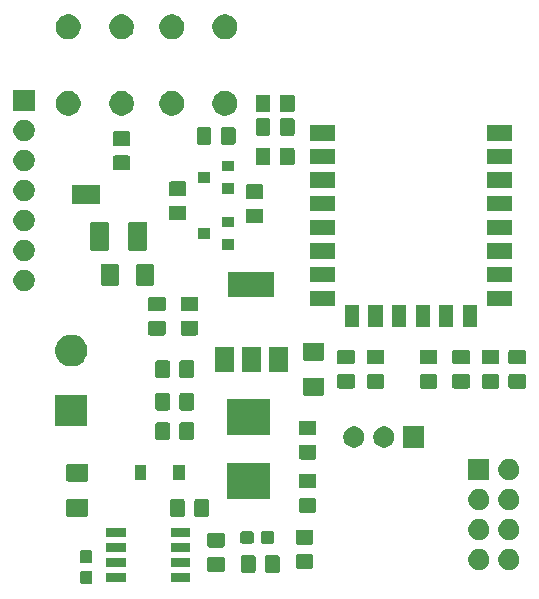
<source format=gbr>
G04 #@! TF.GenerationSoftware,KiCad,Pcbnew,(5.1.5)-3*
G04 #@! TF.CreationDate,2021-01-02T11:20:14+01:00*
G04 #@! TF.ProjectId,esp12Board,65737031-3242-46f6-9172-642e6b696361,rev?*
G04 #@! TF.SameCoordinates,Original*
G04 #@! TF.FileFunction,Soldermask,Top*
G04 #@! TF.FilePolarity,Negative*
%FSLAX46Y46*%
G04 Gerber Fmt 4.6, Leading zero omitted, Abs format (unit mm)*
G04 Created by KiCad (PCBNEW (5.1.5)-3) date 2021-01-02 11:20:14*
%MOMM*%
%LPD*%
G04 APERTURE LIST*
%ADD10C,0.100000*%
G04 APERTURE END LIST*
D10*
G36*
X37614499Y-82803445D02*
G01*
X37651995Y-82814820D01*
X37686554Y-82833292D01*
X37716847Y-82858153D01*
X37741708Y-82888446D01*
X37760180Y-82923005D01*
X37771555Y-82960501D01*
X37776000Y-83005638D01*
X37776000Y-83744362D01*
X37771555Y-83789499D01*
X37760180Y-83826995D01*
X37741708Y-83861554D01*
X37716847Y-83891847D01*
X37686554Y-83916708D01*
X37651995Y-83935180D01*
X37614499Y-83946555D01*
X37569362Y-83951000D01*
X36930638Y-83951000D01*
X36885501Y-83946555D01*
X36848005Y-83935180D01*
X36813446Y-83916708D01*
X36783153Y-83891847D01*
X36758292Y-83861554D01*
X36739820Y-83826995D01*
X36728445Y-83789499D01*
X36724000Y-83744362D01*
X36724000Y-83005638D01*
X36728445Y-82960501D01*
X36739820Y-82923005D01*
X36758292Y-82888446D01*
X36783153Y-82858153D01*
X36813446Y-82833292D01*
X36848005Y-82814820D01*
X36885501Y-82803445D01*
X36930638Y-82799000D01*
X37569362Y-82799000D01*
X37614499Y-82803445D01*
G37*
G36*
X46025500Y-83781000D02*
G01*
X44398500Y-83781000D01*
X44398500Y-83029000D01*
X46025500Y-83029000D01*
X46025500Y-83781000D01*
G37*
G36*
X40601500Y-83781000D02*
G01*
X38974500Y-83781000D01*
X38974500Y-83029000D01*
X40601500Y-83029000D01*
X40601500Y-83781000D01*
G37*
G36*
X51438674Y-81503465D02*
G01*
X51476367Y-81514899D01*
X51511103Y-81533466D01*
X51541548Y-81558452D01*
X51566534Y-81588897D01*
X51585101Y-81623633D01*
X51596535Y-81661326D01*
X51601000Y-81706661D01*
X51601000Y-82793339D01*
X51596535Y-82838674D01*
X51585101Y-82876367D01*
X51566534Y-82911103D01*
X51541548Y-82941548D01*
X51511103Y-82966534D01*
X51476367Y-82985101D01*
X51438674Y-82996535D01*
X51393339Y-83001000D01*
X50556661Y-83001000D01*
X50511326Y-82996535D01*
X50473633Y-82985101D01*
X50438897Y-82966534D01*
X50408452Y-82941548D01*
X50383466Y-82911103D01*
X50364899Y-82876367D01*
X50353465Y-82838674D01*
X50349000Y-82793339D01*
X50349000Y-81706661D01*
X50353465Y-81661326D01*
X50364899Y-81623633D01*
X50383466Y-81588897D01*
X50408452Y-81558452D01*
X50438897Y-81533466D01*
X50473633Y-81514899D01*
X50511326Y-81503465D01*
X50556661Y-81499000D01*
X51393339Y-81499000D01*
X51438674Y-81503465D01*
G37*
G36*
X53488674Y-81503465D02*
G01*
X53526367Y-81514899D01*
X53561103Y-81533466D01*
X53591548Y-81558452D01*
X53616534Y-81588897D01*
X53635101Y-81623633D01*
X53646535Y-81661326D01*
X53651000Y-81706661D01*
X53651000Y-82793339D01*
X53646535Y-82838674D01*
X53635101Y-82876367D01*
X53616534Y-82911103D01*
X53591548Y-82941548D01*
X53561103Y-82966534D01*
X53526367Y-82985101D01*
X53488674Y-82996535D01*
X53443339Y-83001000D01*
X52606661Y-83001000D01*
X52561326Y-82996535D01*
X52523633Y-82985101D01*
X52488897Y-82966534D01*
X52458452Y-82941548D01*
X52433466Y-82911103D01*
X52414899Y-82876367D01*
X52403465Y-82838674D01*
X52399000Y-82793339D01*
X52399000Y-81706661D01*
X52403465Y-81661326D01*
X52414899Y-81623633D01*
X52433466Y-81588897D01*
X52458452Y-81558452D01*
X52488897Y-81533466D01*
X52523633Y-81514899D01*
X52561326Y-81503465D01*
X52606661Y-81499000D01*
X53443339Y-81499000D01*
X53488674Y-81503465D01*
G37*
G36*
X48838674Y-81653465D02*
G01*
X48876367Y-81664899D01*
X48911103Y-81683466D01*
X48941548Y-81708452D01*
X48966534Y-81738897D01*
X48985101Y-81773633D01*
X48996535Y-81811326D01*
X49001000Y-81856661D01*
X49001000Y-82693339D01*
X48996535Y-82738674D01*
X48985101Y-82776367D01*
X48966534Y-82811103D01*
X48941548Y-82841548D01*
X48911103Y-82866534D01*
X48876367Y-82885101D01*
X48838674Y-82896535D01*
X48793339Y-82901000D01*
X47706661Y-82901000D01*
X47661326Y-82896535D01*
X47623633Y-82885101D01*
X47588897Y-82866534D01*
X47558452Y-82841548D01*
X47533466Y-82811103D01*
X47514899Y-82776367D01*
X47503465Y-82738674D01*
X47499000Y-82693339D01*
X47499000Y-81856661D01*
X47503465Y-81811326D01*
X47514899Y-81773633D01*
X47533466Y-81738897D01*
X47558452Y-81708452D01*
X47588897Y-81683466D01*
X47623633Y-81664899D01*
X47661326Y-81653465D01*
X47706661Y-81649000D01*
X48793339Y-81649000D01*
X48838674Y-81653465D01*
G37*
G36*
X73153512Y-80973927D02*
G01*
X73302812Y-81003624D01*
X73466784Y-81071544D01*
X73614354Y-81170147D01*
X73739853Y-81295646D01*
X73838456Y-81443216D01*
X73906376Y-81607188D01*
X73941000Y-81781259D01*
X73941000Y-81958741D01*
X73906376Y-82132812D01*
X73838456Y-82296784D01*
X73739853Y-82444354D01*
X73614354Y-82569853D01*
X73466784Y-82668456D01*
X73302812Y-82736376D01*
X73153512Y-82766073D01*
X73128742Y-82771000D01*
X72951258Y-82771000D01*
X72926488Y-82766073D01*
X72777188Y-82736376D01*
X72613216Y-82668456D01*
X72465646Y-82569853D01*
X72340147Y-82444354D01*
X72241544Y-82296784D01*
X72173624Y-82132812D01*
X72139000Y-81958741D01*
X72139000Y-81781259D01*
X72173624Y-81607188D01*
X72241544Y-81443216D01*
X72340147Y-81295646D01*
X72465646Y-81170147D01*
X72613216Y-81071544D01*
X72777188Y-81003624D01*
X72926488Y-80973927D01*
X72951258Y-80969000D01*
X73128742Y-80969000D01*
X73153512Y-80973927D01*
G37*
G36*
X70613512Y-80973927D02*
G01*
X70762812Y-81003624D01*
X70926784Y-81071544D01*
X71074354Y-81170147D01*
X71199853Y-81295646D01*
X71298456Y-81443216D01*
X71366376Y-81607188D01*
X71401000Y-81781259D01*
X71401000Y-81958741D01*
X71366376Y-82132812D01*
X71298456Y-82296784D01*
X71199853Y-82444354D01*
X71074354Y-82569853D01*
X70926784Y-82668456D01*
X70762812Y-82736376D01*
X70613512Y-82766073D01*
X70588742Y-82771000D01*
X70411258Y-82771000D01*
X70386488Y-82766073D01*
X70237188Y-82736376D01*
X70073216Y-82668456D01*
X69925646Y-82569853D01*
X69800147Y-82444354D01*
X69701544Y-82296784D01*
X69633624Y-82132812D01*
X69599000Y-81958741D01*
X69599000Y-81781259D01*
X69633624Y-81607188D01*
X69701544Y-81443216D01*
X69800147Y-81295646D01*
X69925646Y-81170147D01*
X70073216Y-81071544D01*
X70237188Y-81003624D01*
X70386488Y-80973927D01*
X70411258Y-80969000D01*
X70588742Y-80969000D01*
X70613512Y-80973927D01*
G37*
G36*
X56338674Y-81403465D02*
G01*
X56376367Y-81414899D01*
X56411103Y-81433466D01*
X56441548Y-81458452D01*
X56466534Y-81488897D01*
X56485101Y-81523633D01*
X56496535Y-81561326D01*
X56501000Y-81606661D01*
X56501000Y-82443339D01*
X56496535Y-82488674D01*
X56485101Y-82526367D01*
X56466534Y-82561103D01*
X56441548Y-82591548D01*
X56411103Y-82616534D01*
X56376367Y-82635101D01*
X56338674Y-82646535D01*
X56293339Y-82651000D01*
X55206661Y-82651000D01*
X55161326Y-82646535D01*
X55123633Y-82635101D01*
X55088897Y-82616534D01*
X55058452Y-82591548D01*
X55033466Y-82561103D01*
X55014899Y-82526367D01*
X55003465Y-82488674D01*
X54999000Y-82443339D01*
X54999000Y-81606661D01*
X55003465Y-81561326D01*
X55014899Y-81523633D01*
X55033466Y-81488897D01*
X55058452Y-81458452D01*
X55088897Y-81433466D01*
X55123633Y-81414899D01*
X55161326Y-81403465D01*
X55206661Y-81399000D01*
X56293339Y-81399000D01*
X56338674Y-81403465D01*
G37*
G36*
X46025500Y-82511000D02*
G01*
X44398500Y-82511000D01*
X44398500Y-81759000D01*
X46025500Y-81759000D01*
X46025500Y-82511000D01*
G37*
G36*
X40601500Y-82511000D02*
G01*
X38974500Y-82511000D01*
X38974500Y-81759000D01*
X40601500Y-81759000D01*
X40601500Y-82511000D01*
G37*
G36*
X37614499Y-81053445D02*
G01*
X37651995Y-81064820D01*
X37686554Y-81083292D01*
X37716847Y-81108153D01*
X37741708Y-81138446D01*
X37760180Y-81173005D01*
X37771555Y-81210501D01*
X37776000Y-81255638D01*
X37776000Y-81994362D01*
X37771555Y-82039499D01*
X37760180Y-82076995D01*
X37741708Y-82111554D01*
X37716847Y-82141847D01*
X37686554Y-82166708D01*
X37651995Y-82185180D01*
X37614499Y-82196555D01*
X37569362Y-82201000D01*
X36930638Y-82201000D01*
X36885501Y-82196555D01*
X36848005Y-82185180D01*
X36813446Y-82166708D01*
X36783153Y-82141847D01*
X36758292Y-82111554D01*
X36739820Y-82076995D01*
X36728445Y-82039499D01*
X36724000Y-81994362D01*
X36724000Y-81255638D01*
X36728445Y-81210501D01*
X36739820Y-81173005D01*
X36758292Y-81138446D01*
X36783153Y-81108153D01*
X36813446Y-81083292D01*
X36848005Y-81064820D01*
X36885501Y-81053445D01*
X36930638Y-81049000D01*
X37569362Y-81049000D01*
X37614499Y-81053445D01*
G37*
G36*
X46025500Y-81241000D02*
G01*
X44398500Y-81241000D01*
X44398500Y-80489000D01*
X46025500Y-80489000D01*
X46025500Y-81241000D01*
G37*
G36*
X40601500Y-81241000D02*
G01*
X38974500Y-81241000D01*
X38974500Y-80489000D01*
X40601500Y-80489000D01*
X40601500Y-81241000D01*
G37*
G36*
X48838674Y-79603465D02*
G01*
X48876367Y-79614899D01*
X48911103Y-79633466D01*
X48941548Y-79658452D01*
X48966534Y-79688897D01*
X48985101Y-79723633D01*
X48996535Y-79761326D01*
X49001000Y-79806661D01*
X49001000Y-80643339D01*
X48996535Y-80688674D01*
X48985101Y-80726367D01*
X48966534Y-80761103D01*
X48941548Y-80791548D01*
X48911103Y-80816534D01*
X48876367Y-80835101D01*
X48838674Y-80846535D01*
X48793339Y-80851000D01*
X47706661Y-80851000D01*
X47661326Y-80846535D01*
X47623633Y-80835101D01*
X47588897Y-80816534D01*
X47558452Y-80791548D01*
X47533466Y-80761103D01*
X47514899Y-80726367D01*
X47503465Y-80688674D01*
X47499000Y-80643339D01*
X47499000Y-79806661D01*
X47503465Y-79761326D01*
X47514899Y-79723633D01*
X47533466Y-79688897D01*
X47558452Y-79658452D01*
X47588897Y-79633466D01*
X47623633Y-79614899D01*
X47661326Y-79603465D01*
X47706661Y-79599000D01*
X48793339Y-79599000D01*
X48838674Y-79603465D01*
G37*
G36*
X56338674Y-79353465D02*
G01*
X56376367Y-79364899D01*
X56411103Y-79383466D01*
X56441548Y-79408452D01*
X56466534Y-79438897D01*
X56485101Y-79473633D01*
X56496535Y-79511326D01*
X56501000Y-79556661D01*
X56501000Y-80393339D01*
X56496535Y-80438674D01*
X56485102Y-80476364D01*
X56466534Y-80511103D01*
X56441548Y-80541548D01*
X56411103Y-80566534D01*
X56376367Y-80585101D01*
X56338674Y-80596535D01*
X56293339Y-80601000D01*
X55206661Y-80601000D01*
X55161326Y-80596535D01*
X55123633Y-80585101D01*
X55088897Y-80566534D01*
X55058452Y-80541548D01*
X55033466Y-80511103D01*
X55014898Y-80476364D01*
X55003465Y-80438674D01*
X54999000Y-80393339D01*
X54999000Y-79556661D01*
X55003465Y-79511326D01*
X55014899Y-79473633D01*
X55033466Y-79438897D01*
X55058452Y-79408452D01*
X55088897Y-79383466D01*
X55123633Y-79364899D01*
X55161326Y-79353465D01*
X55206661Y-79349000D01*
X56293339Y-79349000D01*
X56338674Y-79353465D01*
G37*
G36*
X51289499Y-79478445D02*
G01*
X51326995Y-79489820D01*
X51361554Y-79508292D01*
X51391847Y-79533153D01*
X51416708Y-79563446D01*
X51435180Y-79598005D01*
X51446555Y-79635501D01*
X51451000Y-79680638D01*
X51451000Y-80319362D01*
X51446555Y-80364499D01*
X51435180Y-80401995D01*
X51416708Y-80436554D01*
X51391847Y-80466847D01*
X51361554Y-80491708D01*
X51326995Y-80510180D01*
X51289499Y-80521555D01*
X51244362Y-80526000D01*
X50505638Y-80526000D01*
X50460501Y-80521555D01*
X50423005Y-80510180D01*
X50388446Y-80491708D01*
X50358153Y-80466847D01*
X50333292Y-80436554D01*
X50314820Y-80401995D01*
X50303445Y-80364499D01*
X50299000Y-80319362D01*
X50299000Y-79680638D01*
X50303445Y-79635501D01*
X50314820Y-79598005D01*
X50333292Y-79563446D01*
X50358153Y-79533153D01*
X50388446Y-79508292D01*
X50423005Y-79489820D01*
X50460501Y-79478445D01*
X50505638Y-79474000D01*
X51244362Y-79474000D01*
X51289499Y-79478445D01*
G37*
G36*
X53039499Y-79478445D02*
G01*
X53076995Y-79489820D01*
X53111554Y-79508292D01*
X53141847Y-79533153D01*
X53166708Y-79563446D01*
X53185180Y-79598005D01*
X53196555Y-79635501D01*
X53201000Y-79680638D01*
X53201000Y-80319362D01*
X53196555Y-80364499D01*
X53185180Y-80401995D01*
X53166708Y-80436554D01*
X53141847Y-80466847D01*
X53111554Y-80491708D01*
X53076995Y-80510180D01*
X53039499Y-80521555D01*
X52994362Y-80526000D01*
X52255638Y-80526000D01*
X52210501Y-80521555D01*
X52173005Y-80510180D01*
X52138446Y-80491708D01*
X52108153Y-80466847D01*
X52083292Y-80436554D01*
X52064820Y-80401995D01*
X52053445Y-80364499D01*
X52049000Y-80319362D01*
X52049000Y-79680638D01*
X52053445Y-79635501D01*
X52064820Y-79598005D01*
X52083292Y-79563446D01*
X52108153Y-79533153D01*
X52138446Y-79508292D01*
X52173005Y-79489820D01*
X52210501Y-79478445D01*
X52255638Y-79474000D01*
X52994362Y-79474000D01*
X53039499Y-79478445D01*
G37*
G36*
X73153512Y-78433927D02*
G01*
X73302812Y-78463624D01*
X73466784Y-78531544D01*
X73614354Y-78630147D01*
X73739853Y-78755646D01*
X73838456Y-78903216D01*
X73906376Y-79067188D01*
X73941000Y-79241259D01*
X73941000Y-79418741D01*
X73906376Y-79592812D01*
X73838456Y-79756784D01*
X73739853Y-79904354D01*
X73614354Y-80029853D01*
X73466784Y-80128456D01*
X73302812Y-80196376D01*
X73153512Y-80226073D01*
X73128742Y-80231000D01*
X72951258Y-80231000D01*
X72926488Y-80226073D01*
X72777188Y-80196376D01*
X72613216Y-80128456D01*
X72465646Y-80029853D01*
X72340147Y-79904354D01*
X72241544Y-79756784D01*
X72173624Y-79592812D01*
X72139000Y-79418741D01*
X72139000Y-79241259D01*
X72173624Y-79067188D01*
X72241544Y-78903216D01*
X72340147Y-78755646D01*
X72465646Y-78630147D01*
X72613216Y-78531544D01*
X72777188Y-78463624D01*
X72926488Y-78433927D01*
X72951258Y-78429000D01*
X73128742Y-78429000D01*
X73153512Y-78433927D01*
G37*
G36*
X70613512Y-78433927D02*
G01*
X70762812Y-78463624D01*
X70926784Y-78531544D01*
X71074354Y-78630147D01*
X71199853Y-78755646D01*
X71298456Y-78903216D01*
X71366376Y-79067188D01*
X71401000Y-79241259D01*
X71401000Y-79418741D01*
X71366376Y-79592812D01*
X71298456Y-79756784D01*
X71199853Y-79904354D01*
X71074354Y-80029853D01*
X70926784Y-80128456D01*
X70762812Y-80196376D01*
X70613512Y-80226073D01*
X70588742Y-80231000D01*
X70411258Y-80231000D01*
X70386488Y-80226073D01*
X70237188Y-80196376D01*
X70073216Y-80128456D01*
X69925646Y-80029853D01*
X69800147Y-79904354D01*
X69701544Y-79756784D01*
X69633624Y-79592812D01*
X69599000Y-79418741D01*
X69599000Y-79241259D01*
X69633624Y-79067188D01*
X69701544Y-78903216D01*
X69800147Y-78755646D01*
X69925646Y-78630147D01*
X70073216Y-78531544D01*
X70237188Y-78463624D01*
X70386488Y-78433927D01*
X70411258Y-78429000D01*
X70588742Y-78429000D01*
X70613512Y-78433927D01*
G37*
G36*
X40601500Y-79971000D02*
G01*
X38974500Y-79971000D01*
X38974500Y-79219000D01*
X40601500Y-79219000D01*
X40601500Y-79971000D01*
G37*
G36*
X46025500Y-79971000D02*
G01*
X44398500Y-79971000D01*
X44398500Y-79219000D01*
X46025500Y-79219000D01*
X46025500Y-79971000D01*
G37*
G36*
X37275562Y-76728181D02*
G01*
X37310481Y-76738774D01*
X37342663Y-76755976D01*
X37370873Y-76779127D01*
X37394024Y-76807337D01*
X37411226Y-76839519D01*
X37421819Y-76874438D01*
X37426000Y-76916895D01*
X37426000Y-78058105D01*
X37421819Y-78100562D01*
X37411226Y-78135481D01*
X37394024Y-78167663D01*
X37370873Y-78195873D01*
X37342663Y-78219024D01*
X37310481Y-78236226D01*
X37275562Y-78246819D01*
X37233105Y-78251000D01*
X35766895Y-78251000D01*
X35724438Y-78246819D01*
X35689519Y-78236226D01*
X35657337Y-78219024D01*
X35629127Y-78195873D01*
X35605976Y-78167663D01*
X35588774Y-78135481D01*
X35578181Y-78100562D01*
X35574000Y-78058105D01*
X35574000Y-76916895D01*
X35578181Y-76874438D01*
X35588774Y-76839519D01*
X35605976Y-76807337D01*
X35629127Y-76779127D01*
X35657337Y-76755976D01*
X35689519Y-76738774D01*
X35724438Y-76728181D01*
X35766895Y-76724000D01*
X37233105Y-76724000D01*
X37275562Y-76728181D01*
G37*
G36*
X45438674Y-76753465D02*
G01*
X45476367Y-76764899D01*
X45511103Y-76783466D01*
X45541548Y-76808452D01*
X45566534Y-76838897D01*
X45585101Y-76873633D01*
X45596535Y-76911326D01*
X45601000Y-76956661D01*
X45601000Y-78043339D01*
X45596535Y-78088674D01*
X45585101Y-78126367D01*
X45566534Y-78161103D01*
X45541548Y-78191548D01*
X45511103Y-78216534D01*
X45476367Y-78235101D01*
X45438674Y-78246535D01*
X45393339Y-78251000D01*
X44556661Y-78251000D01*
X44511326Y-78246535D01*
X44473633Y-78235101D01*
X44438897Y-78216534D01*
X44408452Y-78191548D01*
X44383466Y-78161103D01*
X44364899Y-78126367D01*
X44353465Y-78088674D01*
X44349000Y-78043339D01*
X44349000Y-76956661D01*
X44353465Y-76911326D01*
X44364899Y-76873633D01*
X44383466Y-76838897D01*
X44408452Y-76808452D01*
X44438897Y-76783466D01*
X44473633Y-76764899D01*
X44511326Y-76753465D01*
X44556661Y-76749000D01*
X45393339Y-76749000D01*
X45438674Y-76753465D01*
G37*
G36*
X47488674Y-76753465D02*
G01*
X47526367Y-76764899D01*
X47561103Y-76783466D01*
X47591548Y-76808452D01*
X47616534Y-76838897D01*
X47635101Y-76873633D01*
X47646535Y-76911326D01*
X47651000Y-76956661D01*
X47651000Y-78043339D01*
X47646535Y-78088674D01*
X47635101Y-78126367D01*
X47616534Y-78161103D01*
X47591548Y-78191548D01*
X47561103Y-78216534D01*
X47526367Y-78235101D01*
X47488674Y-78246535D01*
X47443339Y-78251000D01*
X46606661Y-78251000D01*
X46561326Y-78246535D01*
X46523633Y-78235101D01*
X46488897Y-78216534D01*
X46458452Y-78191548D01*
X46433466Y-78161103D01*
X46414899Y-78126367D01*
X46403465Y-78088674D01*
X46399000Y-78043339D01*
X46399000Y-76956661D01*
X46403465Y-76911326D01*
X46414899Y-76873633D01*
X46433466Y-76838897D01*
X46458452Y-76808452D01*
X46488897Y-76783466D01*
X46523633Y-76764899D01*
X46561326Y-76753465D01*
X46606661Y-76749000D01*
X47443339Y-76749000D01*
X47488674Y-76753465D01*
G37*
G36*
X56588674Y-76653465D02*
G01*
X56626367Y-76664899D01*
X56661103Y-76683466D01*
X56691548Y-76708452D01*
X56716534Y-76738897D01*
X56735101Y-76773633D01*
X56746535Y-76811326D01*
X56751000Y-76856661D01*
X56751000Y-77693339D01*
X56746535Y-77738674D01*
X56735101Y-77776367D01*
X56716534Y-77811103D01*
X56691548Y-77841548D01*
X56661103Y-77866534D01*
X56626367Y-77885101D01*
X56588674Y-77896535D01*
X56543339Y-77901000D01*
X55456661Y-77901000D01*
X55411326Y-77896535D01*
X55373633Y-77885101D01*
X55338897Y-77866534D01*
X55308452Y-77841548D01*
X55283466Y-77811103D01*
X55264899Y-77776367D01*
X55253465Y-77738674D01*
X55249000Y-77693339D01*
X55249000Y-76856661D01*
X55253465Y-76811326D01*
X55264899Y-76773633D01*
X55283466Y-76738897D01*
X55308452Y-76708452D01*
X55338897Y-76683466D01*
X55373633Y-76664899D01*
X55411326Y-76653465D01*
X55456661Y-76649000D01*
X56543339Y-76649000D01*
X56588674Y-76653465D01*
G37*
G36*
X70613512Y-75893927D02*
G01*
X70762812Y-75923624D01*
X70926784Y-75991544D01*
X71074354Y-76090147D01*
X71199853Y-76215646D01*
X71298456Y-76363216D01*
X71366376Y-76527188D01*
X71401000Y-76701259D01*
X71401000Y-76878741D01*
X71366376Y-77052812D01*
X71298456Y-77216784D01*
X71199853Y-77364354D01*
X71074354Y-77489853D01*
X70926784Y-77588456D01*
X70762812Y-77656376D01*
X70613512Y-77686073D01*
X70588742Y-77691000D01*
X70411258Y-77691000D01*
X70386488Y-77686073D01*
X70237188Y-77656376D01*
X70073216Y-77588456D01*
X69925646Y-77489853D01*
X69800147Y-77364354D01*
X69701544Y-77216784D01*
X69633624Y-77052812D01*
X69599000Y-76878741D01*
X69599000Y-76701259D01*
X69633624Y-76527188D01*
X69701544Y-76363216D01*
X69800147Y-76215646D01*
X69925646Y-76090147D01*
X70073216Y-75991544D01*
X70237188Y-75923624D01*
X70386488Y-75893927D01*
X70411258Y-75889000D01*
X70588742Y-75889000D01*
X70613512Y-75893927D01*
G37*
G36*
X73153512Y-75893927D02*
G01*
X73302812Y-75923624D01*
X73466784Y-75991544D01*
X73614354Y-76090147D01*
X73739853Y-76215646D01*
X73838456Y-76363216D01*
X73906376Y-76527188D01*
X73941000Y-76701259D01*
X73941000Y-76878741D01*
X73906376Y-77052812D01*
X73838456Y-77216784D01*
X73739853Y-77364354D01*
X73614354Y-77489853D01*
X73466784Y-77588456D01*
X73302812Y-77656376D01*
X73153512Y-77686073D01*
X73128742Y-77691000D01*
X72951258Y-77691000D01*
X72926488Y-77686073D01*
X72777188Y-77656376D01*
X72613216Y-77588456D01*
X72465646Y-77489853D01*
X72340147Y-77364354D01*
X72241544Y-77216784D01*
X72173624Y-77052812D01*
X72139000Y-76878741D01*
X72139000Y-76701259D01*
X72173624Y-76527188D01*
X72241544Y-76363216D01*
X72340147Y-76215646D01*
X72465646Y-76090147D01*
X72613216Y-75991544D01*
X72777188Y-75923624D01*
X72926488Y-75893927D01*
X72951258Y-75889000D01*
X73128742Y-75889000D01*
X73153512Y-75893927D01*
G37*
G36*
X52801000Y-76751000D02*
G01*
X49199000Y-76751000D01*
X49199000Y-73699000D01*
X52801000Y-73699000D01*
X52801000Y-76751000D01*
G37*
G36*
X56588674Y-74603465D02*
G01*
X56626367Y-74614899D01*
X56661103Y-74633466D01*
X56691548Y-74658452D01*
X56716534Y-74688897D01*
X56735101Y-74723633D01*
X56746535Y-74761326D01*
X56751000Y-74806661D01*
X56751000Y-75643339D01*
X56746535Y-75688674D01*
X56735101Y-75726367D01*
X56716534Y-75761103D01*
X56691548Y-75791548D01*
X56661103Y-75816534D01*
X56626367Y-75835101D01*
X56588674Y-75846535D01*
X56543339Y-75851000D01*
X55456661Y-75851000D01*
X55411326Y-75846535D01*
X55373633Y-75835101D01*
X55338897Y-75816534D01*
X55308452Y-75791548D01*
X55283466Y-75761103D01*
X55264899Y-75726367D01*
X55253465Y-75688674D01*
X55249000Y-75643339D01*
X55249000Y-74806661D01*
X55253465Y-74761326D01*
X55264899Y-74723633D01*
X55283466Y-74688897D01*
X55308452Y-74658452D01*
X55338897Y-74633466D01*
X55373633Y-74614899D01*
X55411326Y-74603465D01*
X55456661Y-74599000D01*
X56543339Y-74599000D01*
X56588674Y-74603465D01*
G37*
G36*
X37275562Y-73753181D02*
G01*
X37310481Y-73763774D01*
X37342663Y-73780976D01*
X37370873Y-73804127D01*
X37394024Y-73832337D01*
X37411226Y-73864519D01*
X37421819Y-73899438D01*
X37426000Y-73941895D01*
X37426000Y-75083105D01*
X37421819Y-75125562D01*
X37411226Y-75160481D01*
X37394024Y-75192663D01*
X37370873Y-75220873D01*
X37342663Y-75244024D01*
X37310481Y-75261226D01*
X37275562Y-75271819D01*
X37233105Y-75276000D01*
X35766895Y-75276000D01*
X35724438Y-75271819D01*
X35689519Y-75261226D01*
X35657337Y-75244024D01*
X35629127Y-75220873D01*
X35605976Y-75192663D01*
X35588774Y-75160481D01*
X35578181Y-75125562D01*
X35574000Y-75083105D01*
X35574000Y-73941895D01*
X35578181Y-73899438D01*
X35588774Y-73864519D01*
X35605976Y-73832337D01*
X35629127Y-73804127D01*
X35657337Y-73780976D01*
X35689519Y-73763774D01*
X35724438Y-73753181D01*
X35766895Y-73749000D01*
X37233105Y-73749000D01*
X37275562Y-73753181D01*
G37*
G36*
X73153512Y-73353927D02*
G01*
X73302812Y-73383624D01*
X73466784Y-73451544D01*
X73614354Y-73550147D01*
X73739853Y-73675646D01*
X73838456Y-73823216D01*
X73906376Y-73987188D01*
X73941000Y-74161259D01*
X73941000Y-74338741D01*
X73906376Y-74512812D01*
X73838456Y-74676784D01*
X73739853Y-74824354D01*
X73614354Y-74949853D01*
X73466784Y-75048456D01*
X73302812Y-75116376D01*
X73153512Y-75146073D01*
X73128742Y-75151000D01*
X72951258Y-75151000D01*
X72926488Y-75146073D01*
X72777188Y-75116376D01*
X72613216Y-75048456D01*
X72465646Y-74949853D01*
X72340147Y-74824354D01*
X72241544Y-74676784D01*
X72173624Y-74512812D01*
X72139000Y-74338741D01*
X72139000Y-74161259D01*
X72173624Y-73987188D01*
X72241544Y-73823216D01*
X72340147Y-73675646D01*
X72465646Y-73550147D01*
X72613216Y-73451544D01*
X72777188Y-73383624D01*
X72926488Y-73353927D01*
X72951258Y-73349000D01*
X73128742Y-73349000D01*
X73153512Y-73353927D01*
G37*
G36*
X71401000Y-75151000D02*
G01*
X69599000Y-75151000D01*
X69599000Y-73349000D01*
X71401000Y-73349000D01*
X71401000Y-75151000D01*
G37*
G36*
X45651000Y-75151000D02*
G01*
X44649000Y-75151000D01*
X44649000Y-73849000D01*
X45651000Y-73849000D01*
X45651000Y-75151000D01*
G37*
G36*
X42351000Y-75151000D02*
G01*
X41349000Y-75151000D01*
X41349000Y-73849000D01*
X42351000Y-73849000D01*
X42351000Y-75151000D01*
G37*
G36*
X56588674Y-72153465D02*
G01*
X56626367Y-72164899D01*
X56661103Y-72183466D01*
X56691548Y-72208452D01*
X56716534Y-72238897D01*
X56735101Y-72273633D01*
X56746535Y-72311326D01*
X56751000Y-72356661D01*
X56751000Y-73193339D01*
X56746535Y-73238674D01*
X56735101Y-73276367D01*
X56716534Y-73311103D01*
X56691548Y-73341548D01*
X56661103Y-73366534D01*
X56626367Y-73385101D01*
X56588674Y-73396535D01*
X56543339Y-73401000D01*
X55456661Y-73401000D01*
X55411326Y-73396535D01*
X55373633Y-73385101D01*
X55338897Y-73366534D01*
X55308452Y-73341548D01*
X55283466Y-73311103D01*
X55264899Y-73276367D01*
X55253465Y-73238674D01*
X55249000Y-73193339D01*
X55249000Y-72356661D01*
X55253465Y-72311326D01*
X55264899Y-72273633D01*
X55283466Y-72238897D01*
X55308452Y-72208452D01*
X55338897Y-72183466D01*
X55373633Y-72164899D01*
X55411326Y-72153465D01*
X55456661Y-72149000D01*
X56543339Y-72149000D01*
X56588674Y-72153465D01*
G37*
G36*
X62573512Y-70603927D02*
G01*
X62722812Y-70633624D01*
X62886784Y-70701544D01*
X63034354Y-70800147D01*
X63159853Y-70925646D01*
X63258456Y-71073216D01*
X63326376Y-71237188D01*
X63361000Y-71411259D01*
X63361000Y-71588741D01*
X63326376Y-71762812D01*
X63258456Y-71926784D01*
X63159853Y-72074354D01*
X63034354Y-72199853D01*
X62886784Y-72298456D01*
X62722812Y-72366376D01*
X62573512Y-72396073D01*
X62548742Y-72401000D01*
X62371258Y-72401000D01*
X62346488Y-72396073D01*
X62197188Y-72366376D01*
X62033216Y-72298456D01*
X61885646Y-72199853D01*
X61760147Y-72074354D01*
X61661544Y-71926784D01*
X61593624Y-71762812D01*
X61559000Y-71588741D01*
X61559000Y-71411259D01*
X61593624Y-71237188D01*
X61661544Y-71073216D01*
X61760147Y-70925646D01*
X61885646Y-70800147D01*
X62033216Y-70701544D01*
X62197188Y-70633624D01*
X62346488Y-70603927D01*
X62371258Y-70599000D01*
X62548742Y-70599000D01*
X62573512Y-70603927D01*
G37*
G36*
X65901000Y-72401000D02*
G01*
X64099000Y-72401000D01*
X64099000Y-70599000D01*
X65901000Y-70599000D01*
X65901000Y-72401000D01*
G37*
G36*
X60033512Y-70603927D02*
G01*
X60182812Y-70633624D01*
X60346784Y-70701544D01*
X60494354Y-70800147D01*
X60619853Y-70925646D01*
X60718456Y-71073216D01*
X60786376Y-71237188D01*
X60821000Y-71411259D01*
X60821000Y-71588741D01*
X60786376Y-71762812D01*
X60718456Y-71926784D01*
X60619853Y-72074354D01*
X60494354Y-72199853D01*
X60346784Y-72298456D01*
X60182812Y-72366376D01*
X60033512Y-72396073D01*
X60008742Y-72401000D01*
X59831258Y-72401000D01*
X59806488Y-72396073D01*
X59657188Y-72366376D01*
X59493216Y-72298456D01*
X59345646Y-72199853D01*
X59220147Y-72074354D01*
X59121544Y-71926784D01*
X59053624Y-71762812D01*
X59019000Y-71588741D01*
X59019000Y-71411259D01*
X59053624Y-71237188D01*
X59121544Y-71073216D01*
X59220147Y-70925646D01*
X59345646Y-70800147D01*
X59493216Y-70701544D01*
X59657188Y-70633624D01*
X59806488Y-70603927D01*
X59831258Y-70599000D01*
X60008742Y-70599000D01*
X60033512Y-70603927D01*
G37*
G36*
X44188674Y-70253465D02*
G01*
X44226367Y-70264899D01*
X44261103Y-70283466D01*
X44291548Y-70308452D01*
X44316534Y-70338897D01*
X44335101Y-70373633D01*
X44346535Y-70411326D01*
X44351000Y-70456661D01*
X44351000Y-71543339D01*
X44346535Y-71588674D01*
X44335101Y-71626367D01*
X44316534Y-71661103D01*
X44291548Y-71691548D01*
X44261103Y-71716534D01*
X44226367Y-71735101D01*
X44188674Y-71746535D01*
X44143339Y-71751000D01*
X43306661Y-71751000D01*
X43261326Y-71746535D01*
X43223633Y-71735101D01*
X43188897Y-71716534D01*
X43158452Y-71691548D01*
X43133466Y-71661103D01*
X43114899Y-71626367D01*
X43103465Y-71588674D01*
X43099000Y-71543339D01*
X43099000Y-70456661D01*
X43103465Y-70411326D01*
X43114899Y-70373633D01*
X43133466Y-70338897D01*
X43158452Y-70308452D01*
X43188897Y-70283466D01*
X43223633Y-70264899D01*
X43261326Y-70253465D01*
X43306661Y-70249000D01*
X44143339Y-70249000D01*
X44188674Y-70253465D01*
G37*
G36*
X46238674Y-70253465D02*
G01*
X46276367Y-70264899D01*
X46311103Y-70283466D01*
X46341548Y-70308452D01*
X46366534Y-70338897D01*
X46385101Y-70373633D01*
X46396535Y-70411326D01*
X46401000Y-70456661D01*
X46401000Y-71543339D01*
X46396535Y-71588674D01*
X46385101Y-71626367D01*
X46366534Y-71661103D01*
X46341548Y-71691548D01*
X46311103Y-71716534D01*
X46276367Y-71735101D01*
X46238674Y-71746535D01*
X46193339Y-71751000D01*
X45356661Y-71751000D01*
X45311326Y-71746535D01*
X45273633Y-71735101D01*
X45238897Y-71716534D01*
X45208452Y-71691548D01*
X45183466Y-71661103D01*
X45164899Y-71626367D01*
X45153465Y-71588674D01*
X45149000Y-71543339D01*
X45149000Y-70456661D01*
X45153465Y-70411326D01*
X45164899Y-70373633D01*
X45183466Y-70338897D01*
X45208452Y-70308452D01*
X45238897Y-70283466D01*
X45273633Y-70264899D01*
X45311326Y-70253465D01*
X45356661Y-70249000D01*
X46193339Y-70249000D01*
X46238674Y-70253465D01*
G37*
G36*
X56588674Y-70103465D02*
G01*
X56626367Y-70114899D01*
X56661103Y-70133466D01*
X56691548Y-70158452D01*
X56716534Y-70188897D01*
X56735101Y-70223633D01*
X56746535Y-70261326D01*
X56751000Y-70306661D01*
X56751000Y-71143339D01*
X56746535Y-71188674D01*
X56735101Y-71226367D01*
X56716534Y-71261103D01*
X56691548Y-71291548D01*
X56661103Y-71316534D01*
X56626367Y-71335101D01*
X56588674Y-71346535D01*
X56543339Y-71351000D01*
X55456661Y-71351000D01*
X55411326Y-71346535D01*
X55373633Y-71335101D01*
X55338897Y-71316534D01*
X55308452Y-71291548D01*
X55283466Y-71261103D01*
X55264899Y-71226367D01*
X55253465Y-71188674D01*
X55249000Y-71143339D01*
X55249000Y-70306661D01*
X55253465Y-70261326D01*
X55264899Y-70223633D01*
X55283466Y-70188897D01*
X55308452Y-70158452D01*
X55338897Y-70133466D01*
X55373633Y-70114899D01*
X55411326Y-70103465D01*
X55456661Y-70099000D01*
X56543339Y-70099000D01*
X56588674Y-70103465D01*
G37*
G36*
X52801000Y-71301000D02*
G01*
X49199000Y-71301000D01*
X49199000Y-68249000D01*
X52801000Y-68249000D01*
X52801000Y-71301000D01*
G37*
G36*
X37351000Y-70601000D02*
G01*
X34649000Y-70601000D01*
X34649000Y-67899000D01*
X37351000Y-67899000D01*
X37351000Y-70601000D01*
G37*
G36*
X44188674Y-67753465D02*
G01*
X44226367Y-67764899D01*
X44261103Y-67783466D01*
X44291548Y-67808452D01*
X44316534Y-67838897D01*
X44335101Y-67873633D01*
X44346535Y-67911326D01*
X44351000Y-67956661D01*
X44351000Y-69043339D01*
X44346535Y-69088674D01*
X44335101Y-69126367D01*
X44316534Y-69161103D01*
X44291548Y-69191548D01*
X44261103Y-69216534D01*
X44226367Y-69235101D01*
X44188674Y-69246535D01*
X44143339Y-69251000D01*
X43306661Y-69251000D01*
X43261326Y-69246535D01*
X43223633Y-69235101D01*
X43188897Y-69216534D01*
X43158452Y-69191548D01*
X43133466Y-69161103D01*
X43114899Y-69126367D01*
X43103465Y-69088674D01*
X43099000Y-69043339D01*
X43099000Y-67956661D01*
X43103465Y-67911326D01*
X43114899Y-67873633D01*
X43133466Y-67838897D01*
X43158452Y-67808452D01*
X43188897Y-67783466D01*
X43223633Y-67764899D01*
X43261326Y-67753465D01*
X43306661Y-67749000D01*
X44143339Y-67749000D01*
X44188674Y-67753465D01*
G37*
G36*
X46238674Y-67753465D02*
G01*
X46276367Y-67764899D01*
X46311103Y-67783466D01*
X46341548Y-67808452D01*
X46366534Y-67838897D01*
X46385101Y-67873633D01*
X46396535Y-67911326D01*
X46401000Y-67956661D01*
X46401000Y-69043339D01*
X46396535Y-69088674D01*
X46385101Y-69126367D01*
X46366534Y-69161103D01*
X46341548Y-69191548D01*
X46311103Y-69216534D01*
X46276367Y-69235101D01*
X46238674Y-69246535D01*
X46193339Y-69251000D01*
X45356661Y-69251000D01*
X45311326Y-69246535D01*
X45273633Y-69235101D01*
X45238897Y-69216534D01*
X45208452Y-69191548D01*
X45183466Y-69161103D01*
X45164899Y-69126367D01*
X45153465Y-69088674D01*
X45149000Y-69043339D01*
X45149000Y-67956661D01*
X45153465Y-67911326D01*
X45164899Y-67873633D01*
X45183466Y-67838897D01*
X45208452Y-67808452D01*
X45238897Y-67783466D01*
X45273633Y-67764899D01*
X45311326Y-67753465D01*
X45356661Y-67749000D01*
X46193339Y-67749000D01*
X46238674Y-67753465D01*
G37*
G36*
X57275562Y-66478181D02*
G01*
X57310481Y-66488774D01*
X57342663Y-66505976D01*
X57370873Y-66529127D01*
X57394024Y-66557337D01*
X57411226Y-66589519D01*
X57421819Y-66624438D01*
X57426000Y-66666895D01*
X57426000Y-67808105D01*
X57421819Y-67850562D01*
X57411226Y-67885481D01*
X57394024Y-67917663D01*
X57370873Y-67945873D01*
X57342663Y-67969024D01*
X57310481Y-67986226D01*
X57275562Y-67996819D01*
X57233105Y-68001000D01*
X55766895Y-68001000D01*
X55724438Y-67996819D01*
X55689519Y-67986226D01*
X55657337Y-67969024D01*
X55629127Y-67945873D01*
X55605976Y-67917663D01*
X55588774Y-67885481D01*
X55578181Y-67850562D01*
X55574000Y-67808105D01*
X55574000Y-66666895D01*
X55578181Y-66624438D01*
X55588774Y-66589519D01*
X55605976Y-66557337D01*
X55629127Y-66529127D01*
X55657337Y-66505976D01*
X55689519Y-66488774D01*
X55724438Y-66478181D01*
X55766895Y-66474000D01*
X57233105Y-66474000D01*
X57275562Y-66478181D01*
G37*
G36*
X62338674Y-66153465D02*
G01*
X62376367Y-66164899D01*
X62411103Y-66183466D01*
X62441548Y-66208452D01*
X62466534Y-66238897D01*
X62485101Y-66273633D01*
X62496535Y-66311326D01*
X62501000Y-66356661D01*
X62501000Y-67193339D01*
X62496535Y-67238674D01*
X62485101Y-67276367D01*
X62466534Y-67311103D01*
X62441548Y-67341548D01*
X62411103Y-67366534D01*
X62376367Y-67385101D01*
X62338674Y-67396535D01*
X62293339Y-67401000D01*
X61206661Y-67401000D01*
X61161326Y-67396535D01*
X61123633Y-67385101D01*
X61088897Y-67366534D01*
X61058452Y-67341548D01*
X61033466Y-67311103D01*
X61014899Y-67276367D01*
X61003465Y-67238674D01*
X60999000Y-67193339D01*
X60999000Y-66356661D01*
X61003465Y-66311326D01*
X61014899Y-66273633D01*
X61033466Y-66238897D01*
X61058452Y-66208452D01*
X61088897Y-66183466D01*
X61123633Y-66164899D01*
X61161326Y-66153465D01*
X61206661Y-66149000D01*
X62293339Y-66149000D01*
X62338674Y-66153465D01*
G37*
G36*
X59838674Y-66153465D02*
G01*
X59876367Y-66164899D01*
X59911103Y-66183466D01*
X59941548Y-66208452D01*
X59966534Y-66238897D01*
X59985101Y-66273633D01*
X59996535Y-66311326D01*
X60001000Y-66356661D01*
X60001000Y-67193339D01*
X59996535Y-67238674D01*
X59985101Y-67276367D01*
X59966534Y-67311103D01*
X59941548Y-67341548D01*
X59911103Y-67366534D01*
X59876367Y-67385101D01*
X59838674Y-67396535D01*
X59793339Y-67401000D01*
X58706661Y-67401000D01*
X58661326Y-67396535D01*
X58623633Y-67385101D01*
X58588897Y-67366534D01*
X58558452Y-67341548D01*
X58533466Y-67311103D01*
X58514899Y-67276367D01*
X58503465Y-67238674D01*
X58499000Y-67193339D01*
X58499000Y-66356661D01*
X58503465Y-66311326D01*
X58514899Y-66273633D01*
X58533466Y-66238897D01*
X58558452Y-66208452D01*
X58588897Y-66183466D01*
X58623633Y-66164899D01*
X58661326Y-66153465D01*
X58706661Y-66149000D01*
X59793339Y-66149000D01*
X59838674Y-66153465D01*
G37*
G36*
X69588674Y-66153465D02*
G01*
X69626367Y-66164899D01*
X69661103Y-66183466D01*
X69691548Y-66208452D01*
X69716534Y-66238897D01*
X69735101Y-66273633D01*
X69746535Y-66311326D01*
X69751000Y-66356661D01*
X69751000Y-67193339D01*
X69746535Y-67238674D01*
X69735101Y-67276367D01*
X69716534Y-67311103D01*
X69691548Y-67341548D01*
X69661103Y-67366534D01*
X69626367Y-67385101D01*
X69588674Y-67396535D01*
X69543339Y-67401000D01*
X68456661Y-67401000D01*
X68411326Y-67396535D01*
X68373633Y-67385101D01*
X68338897Y-67366534D01*
X68308452Y-67341548D01*
X68283466Y-67311103D01*
X68264899Y-67276367D01*
X68253465Y-67238674D01*
X68249000Y-67193339D01*
X68249000Y-66356661D01*
X68253465Y-66311326D01*
X68264899Y-66273633D01*
X68283466Y-66238897D01*
X68308452Y-66208452D01*
X68338897Y-66183466D01*
X68373633Y-66164899D01*
X68411326Y-66153465D01*
X68456661Y-66149000D01*
X69543339Y-66149000D01*
X69588674Y-66153465D01*
G37*
G36*
X74338674Y-66153465D02*
G01*
X74376367Y-66164899D01*
X74411103Y-66183466D01*
X74441548Y-66208452D01*
X74466534Y-66238897D01*
X74485101Y-66273633D01*
X74496535Y-66311326D01*
X74501000Y-66356661D01*
X74501000Y-67193339D01*
X74496535Y-67238674D01*
X74485101Y-67276367D01*
X74466534Y-67311103D01*
X74441548Y-67341548D01*
X74411103Y-67366534D01*
X74376367Y-67385101D01*
X74338674Y-67396535D01*
X74293339Y-67401000D01*
X73206661Y-67401000D01*
X73161326Y-67396535D01*
X73123633Y-67385101D01*
X73088897Y-67366534D01*
X73058452Y-67341548D01*
X73033466Y-67311103D01*
X73014899Y-67276367D01*
X73003465Y-67238674D01*
X72999000Y-67193339D01*
X72999000Y-66356661D01*
X73003465Y-66311326D01*
X73014899Y-66273633D01*
X73033466Y-66238897D01*
X73058452Y-66208452D01*
X73088897Y-66183466D01*
X73123633Y-66164899D01*
X73161326Y-66153465D01*
X73206661Y-66149000D01*
X74293339Y-66149000D01*
X74338674Y-66153465D01*
G37*
G36*
X72088674Y-66153465D02*
G01*
X72126367Y-66164899D01*
X72161103Y-66183466D01*
X72191548Y-66208452D01*
X72216534Y-66238897D01*
X72235101Y-66273633D01*
X72246535Y-66311326D01*
X72251000Y-66356661D01*
X72251000Y-67193339D01*
X72246535Y-67238674D01*
X72235101Y-67276367D01*
X72216534Y-67311103D01*
X72191548Y-67341548D01*
X72161103Y-67366534D01*
X72126367Y-67385101D01*
X72088674Y-67396535D01*
X72043339Y-67401000D01*
X70956661Y-67401000D01*
X70911326Y-67396535D01*
X70873633Y-67385101D01*
X70838897Y-67366534D01*
X70808452Y-67341548D01*
X70783466Y-67311103D01*
X70764899Y-67276367D01*
X70753465Y-67238674D01*
X70749000Y-67193339D01*
X70749000Y-66356661D01*
X70753465Y-66311326D01*
X70764899Y-66273633D01*
X70783466Y-66238897D01*
X70808452Y-66208452D01*
X70838897Y-66183466D01*
X70873633Y-66164899D01*
X70911326Y-66153465D01*
X70956661Y-66149000D01*
X72043339Y-66149000D01*
X72088674Y-66153465D01*
G37*
G36*
X66838674Y-66153465D02*
G01*
X66876367Y-66164899D01*
X66911103Y-66183466D01*
X66941548Y-66208452D01*
X66966534Y-66238897D01*
X66985101Y-66273633D01*
X66996535Y-66311326D01*
X67001000Y-66356661D01*
X67001000Y-67193339D01*
X66996535Y-67238674D01*
X66985101Y-67276367D01*
X66966534Y-67311103D01*
X66941548Y-67341548D01*
X66911103Y-67366534D01*
X66876367Y-67385101D01*
X66838674Y-67396535D01*
X66793339Y-67401000D01*
X65706661Y-67401000D01*
X65661326Y-67396535D01*
X65623633Y-67385101D01*
X65588897Y-67366534D01*
X65558452Y-67341548D01*
X65533466Y-67311103D01*
X65514899Y-67276367D01*
X65503465Y-67238674D01*
X65499000Y-67193339D01*
X65499000Y-66356661D01*
X65503465Y-66311326D01*
X65514899Y-66273633D01*
X65533466Y-66238897D01*
X65558452Y-66208452D01*
X65588897Y-66183466D01*
X65623633Y-66164899D01*
X65661326Y-66153465D01*
X65706661Y-66149000D01*
X66793339Y-66149000D01*
X66838674Y-66153465D01*
G37*
G36*
X46238674Y-65003465D02*
G01*
X46276367Y-65014899D01*
X46311103Y-65033466D01*
X46341548Y-65058452D01*
X46366534Y-65088897D01*
X46385101Y-65123633D01*
X46396535Y-65161326D01*
X46401000Y-65206661D01*
X46401000Y-66293339D01*
X46396535Y-66338674D01*
X46385101Y-66376367D01*
X46366534Y-66411103D01*
X46341548Y-66441548D01*
X46311103Y-66466534D01*
X46276367Y-66485101D01*
X46238674Y-66496535D01*
X46193339Y-66501000D01*
X45356661Y-66501000D01*
X45311326Y-66496535D01*
X45273633Y-66485101D01*
X45238897Y-66466534D01*
X45208452Y-66441548D01*
X45183466Y-66411103D01*
X45164899Y-66376367D01*
X45153465Y-66338674D01*
X45149000Y-66293339D01*
X45149000Y-65206661D01*
X45153465Y-65161326D01*
X45164899Y-65123633D01*
X45183466Y-65088897D01*
X45208452Y-65058452D01*
X45238897Y-65033466D01*
X45273633Y-65014899D01*
X45311326Y-65003465D01*
X45356661Y-64999000D01*
X46193339Y-64999000D01*
X46238674Y-65003465D01*
G37*
G36*
X44188674Y-65003465D02*
G01*
X44226367Y-65014899D01*
X44261103Y-65033466D01*
X44291548Y-65058452D01*
X44316534Y-65088897D01*
X44335101Y-65123633D01*
X44346535Y-65161326D01*
X44351000Y-65206661D01*
X44351000Y-66293339D01*
X44346535Y-66338674D01*
X44335101Y-66376367D01*
X44316534Y-66411103D01*
X44291548Y-66441548D01*
X44261103Y-66466534D01*
X44226367Y-66485101D01*
X44188674Y-66496535D01*
X44143339Y-66501000D01*
X43306661Y-66501000D01*
X43261326Y-66496535D01*
X43223633Y-66485101D01*
X43188897Y-66466534D01*
X43158452Y-66441548D01*
X43133466Y-66411103D01*
X43114899Y-66376367D01*
X43103465Y-66338674D01*
X43099000Y-66293339D01*
X43099000Y-65206661D01*
X43103465Y-65161326D01*
X43114899Y-65123633D01*
X43133466Y-65088897D01*
X43158452Y-65058452D01*
X43188897Y-65033466D01*
X43223633Y-65014899D01*
X43261326Y-65003465D01*
X43306661Y-64999000D01*
X44143339Y-64999000D01*
X44188674Y-65003465D01*
G37*
G36*
X54351000Y-65951000D02*
G01*
X52749000Y-65951000D01*
X52749000Y-63849000D01*
X54351000Y-63849000D01*
X54351000Y-65951000D01*
G37*
G36*
X52051000Y-65951000D02*
G01*
X50449000Y-65951000D01*
X50449000Y-63849000D01*
X52051000Y-63849000D01*
X52051000Y-65951000D01*
G37*
G36*
X49751000Y-65951000D02*
G01*
X48149000Y-65951000D01*
X48149000Y-63849000D01*
X49751000Y-63849000D01*
X49751000Y-65951000D01*
G37*
G36*
X36372032Y-62866534D02*
G01*
X36394072Y-62870918D01*
X36639939Y-62972759D01*
X36861212Y-63120610D01*
X37049390Y-63308788D01*
X37176487Y-63499000D01*
X37197242Y-63530063D01*
X37233692Y-63618061D01*
X37299082Y-63775928D01*
X37351000Y-64036938D01*
X37351000Y-64303062D01*
X37299082Y-64564072D01*
X37197241Y-64809939D01*
X37181762Y-64833105D01*
X37049391Y-65031211D01*
X36861211Y-65219391D01*
X36798785Y-65261103D01*
X36639939Y-65367241D01*
X36639938Y-65367242D01*
X36639937Y-65367242D01*
X36394072Y-65469082D01*
X36133063Y-65521000D01*
X35866937Y-65521000D01*
X35605928Y-65469082D01*
X35360063Y-65367242D01*
X35360062Y-65367242D01*
X35360061Y-65367241D01*
X35201215Y-65261103D01*
X35138789Y-65219391D01*
X34950609Y-65031211D01*
X34818238Y-64833105D01*
X34802759Y-64809939D01*
X34700918Y-64564072D01*
X34649000Y-64303062D01*
X34649000Y-64036938D01*
X34700918Y-63775928D01*
X34766308Y-63618061D01*
X34802758Y-63530063D01*
X34823514Y-63499000D01*
X34950610Y-63308788D01*
X35138788Y-63120610D01*
X35360061Y-62972759D01*
X35605928Y-62870918D01*
X35627968Y-62866534D01*
X35866937Y-62819000D01*
X36133063Y-62819000D01*
X36372032Y-62866534D01*
G37*
G36*
X72088674Y-64103465D02*
G01*
X72126367Y-64114899D01*
X72161103Y-64133466D01*
X72191548Y-64158452D01*
X72216534Y-64188897D01*
X72235101Y-64223633D01*
X72246535Y-64261326D01*
X72251000Y-64306661D01*
X72251000Y-65143339D01*
X72246535Y-65188674D01*
X72235101Y-65226367D01*
X72216534Y-65261103D01*
X72191548Y-65291548D01*
X72161103Y-65316534D01*
X72126367Y-65335101D01*
X72088674Y-65346535D01*
X72043339Y-65351000D01*
X70956661Y-65351000D01*
X70911326Y-65346535D01*
X70873633Y-65335101D01*
X70838897Y-65316534D01*
X70808452Y-65291548D01*
X70783466Y-65261103D01*
X70764899Y-65226367D01*
X70753465Y-65188674D01*
X70749000Y-65143339D01*
X70749000Y-64306661D01*
X70753465Y-64261326D01*
X70764899Y-64223633D01*
X70783466Y-64188897D01*
X70808452Y-64158452D01*
X70838897Y-64133466D01*
X70873633Y-64114899D01*
X70911326Y-64103465D01*
X70956661Y-64099000D01*
X72043339Y-64099000D01*
X72088674Y-64103465D01*
G37*
G36*
X69588674Y-64103465D02*
G01*
X69626367Y-64114899D01*
X69661103Y-64133466D01*
X69691548Y-64158452D01*
X69716534Y-64188897D01*
X69735101Y-64223633D01*
X69746535Y-64261326D01*
X69751000Y-64306661D01*
X69751000Y-65143339D01*
X69746535Y-65188674D01*
X69735101Y-65226367D01*
X69716534Y-65261103D01*
X69691548Y-65291548D01*
X69661103Y-65316534D01*
X69626367Y-65335101D01*
X69588674Y-65346535D01*
X69543339Y-65351000D01*
X68456661Y-65351000D01*
X68411326Y-65346535D01*
X68373633Y-65335101D01*
X68338897Y-65316534D01*
X68308452Y-65291548D01*
X68283466Y-65261103D01*
X68264899Y-65226367D01*
X68253465Y-65188674D01*
X68249000Y-65143339D01*
X68249000Y-64306661D01*
X68253465Y-64261326D01*
X68264899Y-64223633D01*
X68283466Y-64188897D01*
X68308452Y-64158452D01*
X68338897Y-64133466D01*
X68373633Y-64114899D01*
X68411326Y-64103465D01*
X68456661Y-64099000D01*
X69543339Y-64099000D01*
X69588674Y-64103465D01*
G37*
G36*
X59838674Y-64103465D02*
G01*
X59876367Y-64114899D01*
X59911103Y-64133466D01*
X59941548Y-64158452D01*
X59966534Y-64188897D01*
X59985101Y-64223633D01*
X59996535Y-64261326D01*
X60001000Y-64306661D01*
X60001000Y-65143339D01*
X59996535Y-65188674D01*
X59985101Y-65226367D01*
X59966534Y-65261103D01*
X59941548Y-65291548D01*
X59911103Y-65316534D01*
X59876367Y-65335101D01*
X59838674Y-65346535D01*
X59793339Y-65351000D01*
X58706661Y-65351000D01*
X58661326Y-65346535D01*
X58623633Y-65335101D01*
X58588897Y-65316534D01*
X58558452Y-65291548D01*
X58533466Y-65261103D01*
X58514899Y-65226367D01*
X58503465Y-65188674D01*
X58499000Y-65143339D01*
X58499000Y-64306661D01*
X58503465Y-64261326D01*
X58514899Y-64223633D01*
X58533466Y-64188897D01*
X58558452Y-64158452D01*
X58588897Y-64133466D01*
X58623633Y-64114899D01*
X58661326Y-64103465D01*
X58706661Y-64099000D01*
X59793339Y-64099000D01*
X59838674Y-64103465D01*
G37*
G36*
X62338674Y-64103465D02*
G01*
X62376367Y-64114899D01*
X62411103Y-64133466D01*
X62441548Y-64158452D01*
X62466534Y-64188897D01*
X62485101Y-64223633D01*
X62496535Y-64261326D01*
X62501000Y-64306661D01*
X62501000Y-65143339D01*
X62496535Y-65188674D01*
X62485101Y-65226367D01*
X62466534Y-65261103D01*
X62441548Y-65291548D01*
X62411103Y-65316534D01*
X62376367Y-65335101D01*
X62338674Y-65346535D01*
X62293339Y-65351000D01*
X61206661Y-65351000D01*
X61161326Y-65346535D01*
X61123633Y-65335101D01*
X61088897Y-65316534D01*
X61058452Y-65291548D01*
X61033466Y-65261103D01*
X61014899Y-65226367D01*
X61003465Y-65188674D01*
X60999000Y-65143339D01*
X60999000Y-64306661D01*
X61003465Y-64261326D01*
X61014899Y-64223633D01*
X61033466Y-64188897D01*
X61058452Y-64158452D01*
X61088897Y-64133466D01*
X61123633Y-64114899D01*
X61161326Y-64103465D01*
X61206661Y-64099000D01*
X62293339Y-64099000D01*
X62338674Y-64103465D01*
G37*
G36*
X66838674Y-64103465D02*
G01*
X66876367Y-64114899D01*
X66911103Y-64133466D01*
X66941548Y-64158452D01*
X66966534Y-64188897D01*
X66985101Y-64223633D01*
X66996535Y-64261326D01*
X67001000Y-64306661D01*
X67001000Y-65143339D01*
X66996535Y-65188674D01*
X66985101Y-65226367D01*
X66966534Y-65261103D01*
X66941548Y-65291548D01*
X66911103Y-65316534D01*
X66876367Y-65335101D01*
X66838674Y-65346535D01*
X66793339Y-65351000D01*
X65706661Y-65351000D01*
X65661326Y-65346535D01*
X65623633Y-65335101D01*
X65588897Y-65316534D01*
X65558452Y-65291548D01*
X65533466Y-65261103D01*
X65514899Y-65226367D01*
X65503465Y-65188674D01*
X65499000Y-65143339D01*
X65499000Y-64306661D01*
X65503465Y-64261326D01*
X65514899Y-64223633D01*
X65533466Y-64188897D01*
X65558452Y-64158452D01*
X65588897Y-64133466D01*
X65623633Y-64114899D01*
X65661326Y-64103465D01*
X65706661Y-64099000D01*
X66793339Y-64099000D01*
X66838674Y-64103465D01*
G37*
G36*
X74338674Y-64103465D02*
G01*
X74376367Y-64114899D01*
X74411103Y-64133466D01*
X74441548Y-64158452D01*
X74466534Y-64188897D01*
X74485101Y-64223633D01*
X74496535Y-64261326D01*
X74501000Y-64306661D01*
X74501000Y-65143339D01*
X74496535Y-65188674D01*
X74485101Y-65226367D01*
X74466534Y-65261103D01*
X74441548Y-65291548D01*
X74411103Y-65316534D01*
X74376367Y-65335101D01*
X74338674Y-65346535D01*
X74293339Y-65351000D01*
X73206661Y-65351000D01*
X73161326Y-65346535D01*
X73123633Y-65335101D01*
X73088897Y-65316534D01*
X73058452Y-65291548D01*
X73033466Y-65261103D01*
X73014899Y-65226367D01*
X73003465Y-65188674D01*
X72999000Y-65143339D01*
X72999000Y-64306661D01*
X73003465Y-64261326D01*
X73014899Y-64223633D01*
X73033466Y-64188897D01*
X73058452Y-64158452D01*
X73088897Y-64133466D01*
X73123633Y-64114899D01*
X73161326Y-64103465D01*
X73206661Y-64099000D01*
X74293339Y-64099000D01*
X74338674Y-64103465D01*
G37*
G36*
X57275562Y-63503181D02*
G01*
X57310481Y-63513774D01*
X57342663Y-63530976D01*
X57370873Y-63554127D01*
X57394024Y-63582337D01*
X57411226Y-63614519D01*
X57421819Y-63649438D01*
X57426000Y-63691895D01*
X57426000Y-64833105D01*
X57421819Y-64875562D01*
X57411226Y-64910481D01*
X57394024Y-64942663D01*
X57370873Y-64970873D01*
X57342663Y-64994024D01*
X57310481Y-65011226D01*
X57275562Y-65021819D01*
X57233105Y-65026000D01*
X55766895Y-65026000D01*
X55724438Y-65021819D01*
X55689519Y-65011226D01*
X55657337Y-64994024D01*
X55629127Y-64970873D01*
X55605976Y-64942663D01*
X55588774Y-64910481D01*
X55578181Y-64875562D01*
X55574000Y-64833105D01*
X55574000Y-63691895D01*
X55578181Y-63649438D01*
X55588774Y-63614519D01*
X55605976Y-63582337D01*
X55629127Y-63554127D01*
X55657337Y-63530976D01*
X55689519Y-63513774D01*
X55724438Y-63503181D01*
X55766895Y-63499000D01*
X57233105Y-63499000D01*
X57275562Y-63503181D01*
G37*
G36*
X46588674Y-61653465D02*
G01*
X46626367Y-61664899D01*
X46661103Y-61683466D01*
X46691548Y-61708452D01*
X46716534Y-61738897D01*
X46735101Y-61773633D01*
X46746535Y-61811326D01*
X46751000Y-61856661D01*
X46751000Y-62693339D01*
X46746535Y-62738674D01*
X46735101Y-62776367D01*
X46716534Y-62811103D01*
X46691548Y-62841548D01*
X46661103Y-62866534D01*
X46626367Y-62885101D01*
X46588674Y-62896535D01*
X46543339Y-62901000D01*
X45456661Y-62901000D01*
X45411326Y-62896535D01*
X45373633Y-62885101D01*
X45338897Y-62866534D01*
X45308452Y-62841548D01*
X45283466Y-62811103D01*
X45264899Y-62776367D01*
X45253465Y-62738674D01*
X45249000Y-62693339D01*
X45249000Y-61856661D01*
X45253465Y-61811326D01*
X45264899Y-61773633D01*
X45283466Y-61738897D01*
X45308452Y-61708452D01*
X45338897Y-61683466D01*
X45373633Y-61664899D01*
X45411326Y-61653465D01*
X45456661Y-61649000D01*
X46543339Y-61649000D01*
X46588674Y-61653465D01*
G37*
G36*
X43838674Y-61653465D02*
G01*
X43876367Y-61664899D01*
X43911103Y-61683466D01*
X43941548Y-61708452D01*
X43966534Y-61738897D01*
X43985101Y-61773633D01*
X43996535Y-61811326D01*
X44001000Y-61856661D01*
X44001000Y-62693339D01*
X43996535Y-62738674D01*
X43985101Y-62776367D01*
X43966534Y-62811103D01*
X43941548Y-62841548D01*
X43911103Y-62866534D01*
X43876367Y-62885101D01*
X43838674Y-62896535D01*
X43793339Y-62901000D01*
X42706661Y-62901000D01*
X42661326Y-62896535D01*
X42623633Y-62885101D01*
X42588897Y-62866534D01*
X42558452Y-62841548D01*
X42533466Y-62811103D01*
X42514899Y-62776367D01*
X42503465Y-62738674D01*
X42499000Y-62693339D01*
X42499000Y-61856661D01*
X42503465Y-61811326D01*
X42514899Y-61773633D01*
X42533466Y-61738897D01*
X42558452Y-61708452D01*
X42588897Y-61683466D01*
X42623633Y-61664899D01*
X42661326Y-61653465D01*
X42706661Y-61649000D01*
X43793339Y-61649000D01*
X43838674Y-61653465D01*
G37*
G36*
X66351000Y-62151000D02*
G01*
X65149000Y-62151000D01*
X65149000Y-60349000D01*
X66351000Y-60349000D01*
X66351000Y-62151000D01*
G37*
G36*
X60351000Y-62151000D02*
G01*
X59149000Y-62151000D01*
X59149000Y-60349000D01*
X60351000Y-60349000D01*
X60351000Y-62151000D01*
G37*
G36*
X62351000Y-62151000D02*
G01*
X61149000Y-62151000D01*
X61149000Y-60349000D01*
X62351000Y-60349000D01*
X62351000Y-62151000D01*
G37*
G36*
X70351000Y-62151000D02*
G01*
X69149000Y-62151000D01*
X69149000Y-60349000D01*
X70351000Y-60349000D01*
X70351000Y-62151000D01*
G37*
G36*
X68351000Y-62151000D02*
G01*
X67149000Y-62151000D01*
X67149000Y-60349000D01*
X68351000Y-60349000D01*
X68351000Y-62151000D01*
G37*
G36*
X64351000Y-62151000D02*
G01*
X63149000Y-62151000D01*
X63149000Y-60349000D01*
X64351000Y-60349000D01*
X64351000Y-62151000D01*
G37*
G36*
X43838674Y-59603465D02*
G01*
X43876367Y-59614899D01*
X43911103Y-59633466D01*
X43941548Y-59658452D01*
X43966534Y-59688897D01*
X43985101Y-59723633D01*
X43996535Y-59761326D01*
X44001000Y-59806661D01*
X44001000Y-60643339D01*
X43996535Y-60688674D01*
X43985101Y-60726367D01*
X43966534Y-60761103D01*
X43941548Y-60791548D01*
X43911103Y-60816534D01*
X43876367Y-60835101D01*
X43838674Y-60846535D01*
X43793339Y-60851000D01*
X42706661Y-60851000D01*
X42661326Y-60846535D01*
X42623633Y-60835101D01*
X42588897Y-60816534D01*
X42558452Y-60791548D01*
X42533466Y-60761103D01*
X42514899Y-60726367D01*
X42503465Y-60688674D01*
X42499000Y-60643339D01*
X42499000Y-59806661D01*
X42503465Y-59761326D01*
X42514899Y-59723633D01*
X42533466Y-59688897D01*
X42558452Y-59658452D01*
X42588897Y-59633466D01*
X42623633Y-59614899D01*
X42661326Y-59603465D01*
X42706661Y-59599000D01*
X43793339Y-59599000D01*
X43838674Y-59603465D01*
G37*
G36*
X46588674Y-59603465D02*
G01*
X46626367Y-59614899D01*
X46661103Y-59633466D01*
X46691548Y-59658452D01*
X46716534Y-59688897D01*
X46735101Y-59723633D01*
X46746535Y-59761326D01*
X46751000Y-59806661D01*
X46751000Y-60643339D01*
X46746535Y-60688674D01*
X46735101Y-60726367D01*
X46716534Y-60761103D01*
X46691548Y-60791548D01*
X46661103Y-60816534D01*
X46626367Y-60835101D01*
X46588674Y-60846535D01*
X46543339Y-60851000D01*
X45456661Y-60851000D01*
X45411326Y-60846535D01*
X45373633Y-60835101D01*
X45338897Y-60816534D01*
X45308452Y-60791548D01*
X45283466Y-60761103D01*
X45264899Y-60726367D01*
X45253465Y-60688674D01*
X45249000Y-60643339D01*
X45249000Y-59806661D01*
X45253465Y-59761326D01*
X45264899Y-59723633D01*
X45283466Y-59688897D01*
X45308452Y-59658452D01*
X45338897Y-59633466D01*
X45373633Y-59614899D01*
X45411326Y-59603465D01*
X45456661Y-59599000D01*
X46543339Y-59599000D01*
X46588674Y-59603465D01*
G37*
G36*
X73301000Y-60401000D02*
G01*
X71199000Y-60401000D01*
X71199000Y-59099000D01*
X73301000Y-59099000D01*
X73301000Y-60401000D01*
G37*
G36*
X58301000Y-60401000D02*
G01*
X56199000Y-60401000D01*
X56199000Y-59099000D01*
X58301000Y-59099000D01*
X58301000Y-60401000D01*
G37*
G36*
X53201000Y-59651000D02*
G01*
X49299000Y-59651000D01*
X49299000Y-57549000D01*
X53201000Y-57549000D01*
X53201000Y-59651000D01*
G37*
G36*
X32113512Y-57343927D02*
G01*
X32262812Y-57373624D01*
X32426784Y-57441544D01*
X32574354Y-57540147D01*
X32699853Y-57665646D01*
X32798456Y-57813216D01*
X32866376Y-57977188D01*
X32901000Y-58151259D01*
X32901000Y-58328741D01*
X32866376Y-58502812D01*
X32798456Y-58666784D01*
X32699853Y-58814354D01*
X32574354Y-58939853D01*
X32426784Y-59038456D01*
X32262812Y-59106376D01*
X32113512Y-59136073D01*
X32088742Y-59141000D01*
X31911258Y-59141000D01*
X31886488Y-59136073D01*
X31737188Y-59106376D01*
X31573216Y-59038456D01*
X31425646Y-58939853D01*
X31300147Y-58814354D01*
X31201544Y-58666784D01*
X31133624Y-58502812D01*
X31099000Y-58328741D01*
X31099000Y-58151259D01*
X31133624Y-57977188D01*
X31201544Y-57813216D01*
X31300147Y-57665646D01*
X31425646Y-57540147D01*
X31573216Y-57441544D01*
X31737188Y-57373624D01*
X31886488Y-57343927D01*
X31911258Y-57339000D01*
X32088742Y-57339000D01*
X32113512Y-57343927D01*
G37*
G36*
X39875562Y-56828181D02*
G01*
X39910481Y-56838774D01*
X39942663Y-56855976D01*
X39970873Y-56879127D01*
X39994024Y-56907337D01*
X40011226Y-56939519D01*
X40021819Y-56974438D01*
X40026000Y-57016895D01*
X40026000Y-58483105D01*
X40021819Y-58525562D01*
X40011226Y-58560481D01*
X39994024Y-58592663D01*
X39970873Y-58620873D01*
X39942663Y-58644024D01*
X39910481Y-58661226D01*
X39875562Y-58671819D01*
X39833105Y-58676000D01*
X38691895Y-58676000D01*
X38649438Y-58671819D01*
X38614519Y-58661226D01*
X38582337Y-58644024D01*
X38554127Y-58620873D01*
X38530976Y-58592663D01*
X38513774Y-58560481D01*
X38503181Y-58525562D01*
X38499000Y-58483105D01*
X38499000Y-57016895D01*
X38503181Y-56974438D01*
X38513774Y-56939519D01*
X38530976Y-56907337D01*
X38554127Y-56879127D01*
X38582337Y-56855976D01*
X38614519Y-56838774D01*
X38649438Y-56828181D01*
X38691895Y-56824000D01*
X39833105Y-56824000D01*
X39875562Y-56828181D01*
G37*
G36*
X42850562Y-56828181D02*
G01*
X42885481Y-56838774D01*
X42917663Y-56855976D01*
X42945873Y-56879127D01*
X42969024Y-56907337D01*
X42986226Y-56939519D01*
X42996819Y-56974438D01*
X43001000Y-57016895D01*
X43001000Y-58483105D01*
X42996819Y-58525562D01*
X42986226Y-58560481D01*
X42969024Y-58592663D01*
X42945873Y-58620873D01*
X42917663Y-58644024D01*
X42885481Y-58661226D01*
X42850562Y-58671819D01*
X42808105Y-58676000D01*
X41666895Y-58676000D01*
X41624438Y-58671819D01*
X41589519Y-58661226D01*
X41557337Y-58644024D01*
X41529127Y-58620873D01*
X41505976Y-58592663D01*
X41488774Y-58560481D01*
X41478181Y-58525562D01*
X41474000Y-58483105D01*
X41474000Y-57016895D01*
X41478181Y-56974438D01*
X41488774Y-56939519D01*
X41505976Y-56907337D01*
X41529127Y-56879127D01*
X41557337Y-56855976D01*
X41589519Y-56838774D01*
X41624438Y-56828181D01*
X41666895Y-56824000D01*
X42808105Y-56824000D01*
X42850562Y-56828181D01*
G37*
G36*
X58301000Y-58401000D02*
G01*
X56199000Y-58401000D01*
X56199000Y-57099000D01*
X58301000Y-57099000D01*
X58301000Y-58401000D01*
G37*
G36*
X73301000Y-58401000D02*
G01*
X71199000Y-58401000D01*
X71199000Y-57099000D01*
X73301000Y-57099000D01*
X73301000Y-58401000D01*
G37*
G36*
X32113512Y-54803927D02*
G01*
X32262812Y-54833624D01*
X32426784Y-54901544D01*
X32574354Y-55000147D01*
X32699853Y-55125646D01*
X32798456Y-55273216D01*
X32866376Y-55437188D01*
X32901000Y-55611259D01*
X32901000Y-55788741D01*
X32866376Y-55962812D01*
X32798456Y-56126784D01*
X32699853Y-56274354D01*
X32574354Y-56399853D01*
X32426784Y-56498456D01*
X32262812Y-56566376D01*
X32113512Y-56596073D01*
X32088742Y-56601000D01*
X31911258Y-56601000D01*
X31886488Y-56596073D01*
X31737188Y-56566376D01*
X31573216Y-56498456D01*
X31425646Y-56399853D01*
X31300147Y-56274354D01*
X31201544Y-56126784D01*
X31133624Y-55962812D01*
X31099000Y-55788741D01*
X31099000Y-55611259D01*
X31133624Y-55437188D01*
X31201544Y-55273216D01*
X31300147Y-55125646D01*
X31425646Y-55000147D01*
X31573216Y-54901544D01*
X31737188Y-54833624D01*
X31886488Y-54803927D01*
X31911258Y-54799000D01*
X32088742Y-54799000D01*
X32113512Y-54803927D01*
G37*
G36*
X58301000Y-56401000D02*
G01*
X56199000Y-56401000D01*
X56199000Y-55099000D01*
X58301000Y-55099000D01*
X58301000Y-56401000D01*
G37*
G36*
X73301000Y-56401000D02*
G01*
X71199000Y-56401000D01*
X71199000Y-55099000D01*
X73301000Y-55099000D01*
X73301000Y-56401000D01*
G37*
G36*
X39028048Y-53278122D02*
G01*
X39062387Y-53288539D01*
X39094036Y-53305456D01*
X39121778Y-53328222D01*
X39144544Y-53355964D01*
X39161461Y-53387613D01*
X39171878Y-53421952D01*
X39176000Y-53463807D01*
X39176000Y-55536193D01*
X39171878Y-55578048D01*
X39161461Y-55612387D01*
X39144544Y-55644036D01*
X39121778Y-55671778D01*
X39094036Y-55694544D01*
X39062387Y-55711461D01*
X39028048Y-55721878D01*
X38986193Y-55726000D01*
X37763807Y-55726000D01*
X37721952Y-55721878D01*
X37687613Y-55711461D01*
X37655964Y-55694544D01*
X37628222Y-55671778D01*
X37605456Y-55644036D01*
X37588539Y-55612387D01*
X37578122Y-55578048D01*
X37574000Y-55536193D01*
X37574000Y-53463807D01*
X37578122Y-53421952D01*
X37588539Y-53387613D01*
X37605456Y-53355964D01*
X37628222Y-53328222D01*
X37655964Y-53305456D01*
X37687613Y-53288539D01*
X37721952Y-53278122D01*
X37763807Y-53274000D01*
X38986193Y-53274000D01*
X39028048Y-53278122D01*
G37*
G36*
X42278048Y-53278122D02*
G01*
X42312387Y-53288539D01*
X42344036Y-53305456D01*
X42371778Y-53328222D01*
X42394544Y-53355964D01*
X42411461Y-53387613D01*
X42421878Y-53421952D01*
X42426000Y-53463807D01*
X42426000Y-55536193D01*
X42421878Y-55578048D01*
X42411461Y-55612387D01*
X42394544Y-55644036D01*
X42371778Y-55671778D01*
X42344036Y-55694544D01*
X42312387Y-55711461D01*
X42278048Y-55721878D01*
X42236193Y-55726000D01*
X41013807Y-55726000D01*
X40971952Y-55721878D01*
X40937613Y-55711461D01*
X40905964Y-55694544D01*
X40878222Y-55671778D01*
X40855456Y-55644036D01*
X40838539Y-55612387D01*
X40828122Y-55578048D01*
X40824000Y-55536193D01*
X40824000Y-53463807D01*
X40828122Y-53421952D01*
X40838539Y-53387613D01*
X40855456Y-53355964D01*
X40878222Y-53328222D01*
X40905964Y-53305456D01*
X40937613Y-53288539D01*
X40971952Y-53278122D01*
X41013807Y-53274000D01*
X42236193Y-53274000D01*
X42278048Y-53278122D01*
G37*
G36*
X49751000Y-55651000D02*
G01*
X48749000Y-55651000D01*
X48749000Y-54749000D01*
X49751000Y-54749000D01*
X49751000Y-55651000D01*
G37*
G36*
X47751000Y-54701000D02*
G01*
X46749000Y-54701000D01*
X46749000Y-53799000D01*
X47751000Y-53799000D01*
X47751000Y-54701000D01*
G37*
G36*
X58301000Y-54401000D02*
G01*
X56199000Y-54401000D01*
X56199000Y-53099000D01*
X58301000Y-53099000D01*
X58301000Y-54401000D01*
G37*
G36*
X73301000Y-54401000D02*
G01*
X71199000Y-54401000D01*
X71199000Y-53099000D01*
X73301000Y-53099000D01*
X73301000Y-54401000D01*
G37*
G36*
X32113512Y-52263927D02*
G01*
X32262812Y-52293624D01*
X32426784Y-52361544D01*
X32574354Y-52460147D01*
X32699853Y-52585646D01*
X32798456Y-52733216D01*
X32866376Y-52897188D01*
X32901000Y-53071259D01*
X32901000Y-53248741D01*
X32866376Y-53422812D01*
X32798456Y-53586784D01*
X32699853Y-53734354D01*
X32574354Y-53859853D01*
X32426784Y-53958456D01*
X32262812Y-54026376D01*
X32113512Y-54056073D01*
X32088742Y-54061000D01*
X31911258Y-54061000D01*
X31886488Y-54056073D01*
X31737188Y-54026376D01*
X31573216Y-53958456D01*
X31425646Y-53859853D01*
X31300147Y-53734354D01*
X31201544Y-53586784D01*
X31133624Y-53422812D01*
X31099000Y-53248741D01*
X31099000Y-53071259D01*
X31133624Y-52897188D01*
X31201544Y-52733216D01*
X31300147Y-52585646D01*
X31425646Y-52460147D01*
X31573216Y-52361544D01*
X31737188Y-52293624D01*
X31886488Y-52263927D01*
X31911258Y-52259000D01*
X32088742Y-52259000D01*
X32113512Y-52263927D01*
G37*
G36*
X49751000Y-53751000D02*
G01*
X48749000Y-53751000D01*
X48749000Y-52849000D01*
X49751000Y-52849000D01*
X49751000Y-53751000D01*
G37*
G36*
X52088674Y-52153465D02*
G01*
X52126367Y-52164899D01*
X52161103Y-52183466D01*
X52191548Y-52208452D01*
X52216534Y-52238897D01*
X52235101Y-52273633D01*
X52246535Y-52311326D01*
X52251000Y-52356661D01*
X52251000Y-53193339D01*
X52246535Y-53238674D01*
X52235101Y-53276367D01*
X52216534Y-53311103D01*
X52191548Y-53341548D01*
X52161103Y-53366534D01*
X52126367Y-53385101D01*
X52088674Y-53396535D01*
X52043339Y-53401000D01*
X50956661Y-53401000D01*
X50911326Y-53396535D01*
X50873633Y-53385101D01*
X50838897Y-53366534D01*
X50808452Y-53341548D01*
X50783466Y-53311103D01*
X50764899Y-53276367D01*
X50753465Y-53238674D01*
X50749000Y-53193339D01*
X50749000Y-52356661D01*
X50753465Y-52311326D01*
X50764899Y-52273633D01*
X50783466Y-52238897D01*
X50808452Y-52208452D01*
X50838897Y-52183466D01*
X50873633Y-52164899D01*
X50911326Y-52153465D01*
X50956661Y-52149000D01*
X52043339Y-52149000D01*
X52088674Y-52153465D01*
G37*
G36*
X45588674Y-51903465D02*
G01*
X45626367Y-51914899D01*
X45661103Y-51933466D01*
X45691548Y-51958452D01*
X45716534Y-51988897D01*
X45735101Y-52023633D01*
X45746535Y-52061326D01*
X45751000Y-52106661D01*
X45751000Y-52943339D01*
X45746535Y-52988674D01*
X45735101Y-53026367D01*
X45716534Y-53061103D01*
X45691548Y-53091548D01*
X45661103Y-53116534D01*
X45626367Y-53135101D01*
X45588674Y-53146535D01*
X45543339Y-53151000D01*
X44456661Y-53151000D01*
X44411326Y-53146535D01*
X44373633Y-53135101D01*
X44338897Y-53116534D01*
X44308452Y-53091548D01*
X44283466Y-53061103D01*
X44264899Y-53026367D01*
X44253465Y-52988674D01*
X44249000Y-52943339D01*
X44249000Y-52106661D01*
X44253465Y-52061326D01*
X44264899Y-52023633D01*
X44283466Y-51988897D01*
X44308452Y-51958452D01*
X44338897Y-51933466D01*
X44373633Y-51914899D01*
X44411326Y-51903465D01*
X44456661Y-51899000D01*
X45543339Y-51899000D01*
X45588674Y-51903465D01*
G37*
G36*
X58301000Y-52401000D02*
G01*
X56199000Y-52401000D01*
X56199000Y-51099000D01*
X58301000Y-51099000D01*
X58301000Y-52401000D01*
G37*
G36*
X73301000Y-52401000D02*
G01*
X71199000Y-52401000D01*
X71199000Y-51099000D01*
X73301000Y-51099000D01*
X73301000Y-52401000D01*
G37*
G36*
X38451000Y-51801000D02*
G01*
X36049000Y-51801000D01*
X36049000Y-50199000D01*
X38451000Y-50199000D01*
X38451000Y-51801000D01*
G37*
G36*
X32113512Y-49723927D02*
G01*
X32262812Y-49753624D01*
X32426784Y-49821544D01*
X32574354Y-49920147D01*
X32699853Y-50045646D01*
X32798456Y-50193216D01*
X32866376Y-50357188D01*
X32901000Y-50531259D01*
X32901000Y-50708741D01*
X32866376Y-50882812D01*
X32798456Y-51046784D01*
X32699853Y-51194354D01*
X32574354Y-51319853D01*
X32426784Y-51418456D01*
X32262812Y-51486376D01*
X32113512Y-51516073D01*
X32088742Y-51521000D01*
X31911258Y-51521000D01*
X31886488Y-51516073D01*
X31737188Y-51486376D01*
X31573216Y-51418456D01*
X31425646Y-51319853D01*
X31300147Y-51194354D01*
X31201544Y-51046784D01*
X31133624Y-50882812D01*
X31099000Y-50708741D01*
X31099000Y-50531259D01*
X31133624Y-50357188D01*
X31201544Y-50193216D01*
X31300147Y-50045646D01*
X31425646Y-49920147D01*
X31573216Y-49821544D01*
X31737188Y-49753624D01*
X31886488Y-49723927D01*
X31911258Y-49719000D01*
X32088742Y-49719000D01*
X32113512Y-49723927D01*
G37*
G36*
X52088674Y-50103465D02*
G01*
X52126367Y-50114899D01*
X52161103Y-50133466D01*
X52191548Y-50158452D01*
X52216534Y-50188897D01*
X52235101Y-50223633D01*
X52246535Y-50261326D01*
X52251000Y-50306661D01*
X52251000Y-51143339D01*
X52246535Y-51188674D01*
X52235101Y-51226367D01*
X52216534Y-51261103D01*
X52191548Y-51291548D01*
X52161103Y-51316534D01*
X52126367Y-51335101D01*
X52088674Y-51346535D01*
X52043339Y-51351000D01*
X50956661Y-51351000D01*
X50911326Y-51346535D01*
X50873633Y-51335101D01*
X50838897Y-51316534D01*
X50808452Y-51291548D01*
X50783466Y-51261103D01*
X50764899Y-51226367D01*
X50753465Y-51188674D01*
X50749000Y-51143339D01*
X50749000Y-50306661D01*
X50753465Y-50261326D01*
X50764899Y-50223633D01*
X50783466Y-50188897D01*
X50808452Y-50158452D01*
X50838897Y-50133466D01*
X50873633Y-50114899D01*
X50911326Y-50103465D01*
X50956661Y-50099000D01*
X52043339Y-50099000D01*
X52088674Y-50103465D01*
G37*
G36*
X45588674Y-49853465D02*
G01*
X45626367Y-49864899D01*
X45661103Y-49883466D01*
X45691548Y-49908452D01*
X45716534Y-49938897D01*
X45735101Y-49973633D01*
X45746535Y-50011326D01*
X45751000Y-50056661D01*
X45751000Y-50893339D01*
X45746535Y-50938674D01*
X45735101Y-50976367D01*
X45716534Y-51011103D01*
X45691548Y-51041548D01*
X45661103Y-51066534D01*
X45626367Y-51085101D01*
X45588674Y-51096535D01*
X45543339Y-51101000D01*
X44456661Y-51101000D01*
X44411326Y-51096535D01*
X44373633Y-51085101D01*
X44338897Y-51066534D01*
X44308452Y-51041548D01*
X44283466Y-51011103D01*
X44264899Y-50976367D01*
X44253465Y-50938674D01*
X44249000Y-50893339D01*
X44249000Y-50056661D01*
X44253465Y-50011326D01*
X44264899Y-49973633D01*
X44283466Y-49938897D01*
X44308452Y-49908452D01*
X44338897Y-49883466D01*
X44373633Y-49864899D01*
X44411326Y-49853465D01*
X44456661Y-49849000D01*
X45543339Y-49849000D01*
X45588674Y-49853465D01*
G37*
G36*
X49751000Y-50901000D02*
G01*
X48749000Y-50901000D01*
X48749000Y-49999000D01*
X49751000Y-49999000D01*
X49751000Y-50901000D01*
G37*
G36*
X73301000Y-50401000D02*
G01*
X71199000Y-50401000D01*
X71199000Y-49099000D01*
X73301000Y-49099000D01*
X73301000Y-50401000D01*
G37*
G36*
X58301000Y-50401000D02*
G01*
X56199000Y-50401000D01*
X56199000Y-49099000D01*
X58301000Y-49099000D01*
X58301000Y-50401000D01*
G37*
G36*
X47751000Y-49951000D02*
G01*
X46749000Y-49951000D01*
X46749000Y-49049000D01*
X47751000Y-49049000D01*
X47751000Y-49951000D01*
G37*
G36*
X49751000Y-49001000D02*
G01*
X48749000Y-49001000D01*
X48749000Y-48099000D01*
X49751000Y-48099000D01*
X49751000Y-49001000D01*
G37*
G36*
X32113512Y-47183927D02*
G01*
X32262812Y-47213624D01*
X32426784Y-47281544D01*
X32574354Y-47380147D01*
X32699853Y-47505646D01*
X32798456Y-47653216D01*
X32866376Y-47817188D01*
X32901000Y-47991259D01*
X32901000Y-48168741D01*
X32866376Y-48342812D01*
X32798456Y-48506784D01*
X32699853Y-48654354D01*
X32574354Y-48779853D01*
X32426784Y-48878456D01*
X32262812Y-48946376D01*
X32113512Y-48976073D01*
X32088742Y-48981000D01*
X31911258Y-48981000D01*
X31886488Y-48976073D01*
X31737188Y-48946376D01*
X31573216Y-48878456D01*
X31425646Y-48779853D01*
X31300147Y-48654354D01*
X31201544Y-48506784D01*
X31133624Y-48342812D01*
X31099000Y-48168741D01*
X31099000Y-47991259D01*
X31133624Y-47817188D01*
X31201544Y-47653216D01*
X31300147Y-47505646D01*
X31425646Y-47380147D01*
X31573216Y-47281544D01*
X31737188Y-47213624D01*
X31886488Y-47183927D01*
X31911258Y-47179000D01*
X32088742Y-47179000D01*
X32113512Y-47183927D01*
G37*
G36*
X40838674Y-47653465D02*
G01*
X40876367Y-47664899D01*
X40911103Y-47683466D01*
X40941548Y-47708452D01*
X40966534Y-47738897D01*
X40985101Y-47773633D01*
X40996535Y-47811326D01*
X41001000Y-47856661D01*
X41001000Y-48693339D01*
X40996535Y-48738674D01*
X40985101Y-48776367D01*
X40966534Y-48811103D01*
X40941548Y-48841548D01*
X40911103Y-48866534D01*
X40876367Y-48885101D01*
X40838674Y-48896535D01*
X40793339Y-48901000D01*
X39706661Y-48901000D01*
X39661326Y-48896535D01*
X39623633Y-48885101D01*
X39588897Y-48866534D01*
X39558452Y-48841548D01*
X39533466Y-48811103D01*
X39514899Y-48776367D01*
X39503465Y-48738674D01*
X39499000Y-48693339D01*
X39499000Y-47856661D01*
X39503465Y-47811326D01*
X39514899Y-47773633D01*
X39533466Y-47738897D01*
X39558452Y-47708452D01*
X39588897Y-47683466D01*
X39623633Y-47664899D01*
X39661326Y-47653465D01*
X39706661Y-47649000D01*
X40793339Y-47649000D01*
X40838674Y-47653465D01*
G37*
G36*
X52688674Y-47003465D02*
G01*
X52726367Y-47014899D01*
X52761103Y-47033466D01*
X52791548Y-47058452D01*
X52816534Y-47088897D01*
X52835101Y-47123633D01*
X52846535Y-47161326D01*
X52851000Y-47206661D01*
X52851000Y-48293339D01*
X52846535Y-48338674D01*
X52835101Y-48376367D01*
X52816534Y-48411103D01*
X52791548Y-48441548D01*
X52761103Y-48466534D01*
X52726367Y-48485101D01*
X52688674Y-48496535D01*
X52643339Y-48501000D01*
X51806661Y-48501000D01*
X51761326Y-48496535D01*
X51723633Y-48485101D01*
X51688897Y-48466534D01*
X51658452Y-48441548D01*
X51633466Y-48411103D01*
X51614899Y-48376367D01*
X51603465Y-48338674D01*
X51599000Y-48293339D01*
X51599000Y-47206661D01*
X51603465Y-47161326D01*
X51614899Y-47123633D01*
X51633466Y-47088897D01*
X51658452Y-47058452D01*
X51688897Y-47033466D01*
X51723633Y-47014899D01*
X51761326Y-47003465D01*
X51806661Y-46999000D01*
X52643339Y-46999000D01*
X52688674Y-47003465D01*
G37*
G36*
X54738674Y-47003465D02*
G01*
X54776367Y-47014899D01*
X54811103Y-47033466D01*
X54841548Y-47058452D01*
X54866534Y-47088897D01*
X54885101Y-47123633D01*
X54896535Y-47161326D01*
X54901000Y-47206661D01*
X54901000Y-48293339D01*
X54896535Y-48338674D01*
X54885101Y-48376367D01*
X54866534Y-48411103D01*
X54841548Y-48441548D01*
X54811103Y-48466534D01*
X54776367Y-48485101D01*
X54738674Y-48496535D01*
X54693339Y-48501000D01*
X53856661Y-48501000D01*
X53811326Y-48496535D01*
X53773633Y-48485101D01*
X53738897Y-48466534D01*
X53708452Y-48441548D01*
X53683466Y-48411103D01*
X53664899Y-48376367D01*
X53653465Y-48338674D01*
X53649000Y-48293339D01*
X53649000Y-47206661D01*
X53653465Y-47161326D01*
X53664899Y-47123633D01*
X53683466Y-47088897D01*
X53708452Y-47058452D01*
X53738897Y-47033466D01*
X53773633Y-47014899D01*
X53811326Y-47003465D01*
X53856661Y-46999000D01*
X54693339Y-46999000D01*
X54738674Y-47003465D01*
G37*
G36*
X58301000Y-48401000D02*
G01*
X56199000Y-48401000D01*
X56199000Y-47099000D01*
X58301000Y-47099000D01*
X58301000Y-48401000D01*
G37*
G36*
X73301000Y-48401000D02*
G01*
X71199000Y-48401000D01*
X71199000Y-47099000D01*
X73301000Y-47099000D01*
X73301000Y-48401000D01*
G37*
G36*
X40838674Y-45603465D02*
G01*
X40876367Y-45614899D01*
X40911103Y-45633466D01*
X40941548Y-45658452D01*
X40966534Y-45688897D01*
X40985101Y-45723633D01*
X40996535Y-45761326D01*
X41001000Y-45806661D01*
X41001000Y-46643339D01*
X40996535Y-46688674D01*
X40985101Y-46726367D01*
X40966534Y-46761103D01*
X40941548Y-46791548D01*
X40911103Y-46816534D01*
X40876367Y-46835101D01*
X40838674Y-46846535D01*
X40793339Y-46851000D01*
X39706661Y-46851000D01*
X39661326Y-46846535D01*
X39623633Y-46835101D01*
X39588897Y-46816534D01*
X39558452Y-46791548D01*
X39533466Y-46761103D01*
X39514899Y-46726367D01*
X39503465Y-46688674D01*
X39499000Y-46643339D01*
X39499000Y-45806661D01*
X39503465Y-45761326D01*
X39514899Y-45723633D01*
X39533466Y-45688897D01*
X39558452Y-45658452D01*
X39588897Y-45633466D01*
X39623633Y-45614899D01*
X39661326Y-45603465D01*
X39706661Y-45599000D01*
X40793339Y-45599000D01*
X40838674Y-45603465D01*
G37*
G36*
X47688674Y-45253465D02*
G01*
X47726367Y-45264899D01*
X47761103Y-45283466D01*
X47791548Y-45308452D01*
X47816534Y-45338897D01*
X47835101Y-45373633D01*
X47846535Y-45411326D01*
X47851000Y-45456661D01*
X47851000Y-46543339D01*
X47846535Y-46588674D01*
X47835101Y-46626367D01*
X47816534Y-46661103D01*
X47791548Y-46691548D01*
X47761103Y-46716534D01*
X47726367Y-46735101D01*
X47688674Y-46746535D01*
X47643339Y-46751000D01*
X46806661Y-46751000D01*
X46761326Y-46746535D01*
X46723633Y-46735101D01*
X46688897Y-46716534D01*
X46658452Y-46691548D01*
X46633466Y-46661103D01*
X46614899Y-46626367D01*
X46603465Y-46588674D01*
X46599000Y-46543339D01*
X46599000Y-45456661D01*
X46603465Y-45411326D01*
X46614899Y-45373633D01*
X46633466Y-45338897D01*
X46658452Y-45308452D01*
X46688897Y-45283466D01*
X46723633Y-45264899D01*
X46761326Y-45253465D01*
X46806661Y-45249000D01*
X47643339Y-45249000D01*
X47688674Y-45253465D01*
G37*
G36*
X49738674Y-45253465D02*
G01*
X49776367Y-45264899D01*
X49811103Y-45283466D01*
X49841548Y-45308452D01*
X49866534Y-45338897D01*
X49885101Y-45373633D01*
X49896535Y-45411326D01*
X49901000Y-45456661D01*
X49901000Y-46543339D01*
X49896535Y-46588674D01*
X49885101Y-46626367D01*
X49866534Y-46661103D01*
X49841548Y-46691548D01*
X49811103Y-46716534D01*
X49776367Y-46735101D01*
X49738674Y-46746535D01*
X49693339Y-46751000D01*
X48856661Y-46751000D01*
X48811326Y-46746535D01*
X48773633Y-46735101D01*
X48738897Y-46716534D01*
X48708452Y-46691548D01*
X48683466Y-46661103D01*
X48664899Y-46626367D01*
X48653465Y-46588674D01*
X48649000Y-46543339D01*
X48649000Y-45456661D01*
X48653465Y-45411326D01*
X48664899Y-45373633D01*
X48683466Y-45338897D01*
X48708452Y-45308452D01*
X48738897Y-45283466D01*
X48773633Y-45264899D01*
X48811326Y-45253465D01*
X48856661Y-45249000D01*
X49693339Y-45249000D01*
X49738674Y-45253465D01*
G37*
G36*
X32113512Y-44643927D02*
G01*
X32262812Y-44673624D01*
X32426784Y-44741544D01*
X32574354Y-44840147D01*
X32699853Y-44965646D01*
X32798456Y-45113216D01*
X32866376Y-45277188D01*
X32901000Y-45451259D01*
X32901000Y-45628741D01*
X32866376Y-45802812D01*
X32798456Y-45966784D01*
X32699853Y-46114354D01*
X32574354Y-46239853D01*
X32426784Y-46338456D01*
X32262812Y-46406376D01*
X32113512Y-46436073D01*
X32088742Y-46441000D01*
X31911258Y-46441000D01*
X31886488Y-46436073D01*
X31737188Y-46406376D01*
X31573216Y-46338456D01*
X31425646Y-46239853D01*
X31300147Y-46114354D01*
X31201544Y-45966784D01*
X31133624Y-45802812D01*
X31099000Y-45628741D01*
X31099000Y-45451259D01*
X31133624Y-45277188D01*
X31201544Y-45113216D01*
X31300147Y-44965646D01*
X31425646Y-44840147D01*
X31573216Y-44741544D01*
X31737188Y-44673624D01*
X31886488Y-44643927D01*
X31911258Y-44639000D01*
X32088742Y-44639000D01*
X32113512Y-44643927D01*
G37*
G36*
X73301000Y-46401000D02*
G01*
X71199000Y-46401000D01*
X71199000Y-45099000D01*
X73301000Y-45099000D01*
X73301000Y-46401000D01*
G37*
G36*
X58301000Y-46401000D02*
G01*
X56199000Y-46401000D01*
X56199000Y-45099000D01*
X58301000Y-45099000D01*
X58301000Y-46401000D01*
G37*
G36*
X52688674Y-44503465D02*
G01*
X52726367Y-44514899D01*
X52761103Y-44533466D01*
X52791548Y-44558452D01*
X52816534Y-44588897D01*
X52835101Y-44623633D01*
X52846535Y-44661326D01*
X52851000Y-44706661D01*
X52851000Y-45793339D01*
X52846535Y-45838674D01*
X52835101Y-45876367D01*
X52816534Y-45911103D01*
X52791548Y-45941548D01*
X52761103Y-45966534D01*
X52726367Y-45985101D01*
X52688674Y-45996535D01*
X52643339Y-46001000D01*
X51806661Y-46001000D01*
X51761326Y-45996535D01*
X51723633Y-45985101D01*
X51688897Y-45966534D01*
X51658452Y-45941548D01*
X51633466Y-45911103D01*
X51614899Y-45876367D01*
X51603465Y-45838674D01*
X51599000Y-45793339D01*
X51599000Y-44706661D01*
X51603465Y-44661326D01*
X51614899Y-44623633D01*
X51633466Y-44588897D01*
X51658452Y-44558452D01*
X51688897Y-44533466D01*
X51723633Y-44514899D01*
X51761326Y-44503465D01*
X51806661Y-44499000D01*
X52643339Y-44499000D01*
X52688674Y-44503465D01*
G37*
G36*
X54738674Y-44503465D02*
G01*
X54776367Y-44514899D01*
X54811103Y-44533466D01*
X54841548Y-44558452D01*
X54866534Y-44588897D01*
X54885101Y-44623633D01*
X54896535Y-44661326D01*
X54901000Y-44706661D01*
X54901000Y-45793339D01*
X54896535Y-45838674D01*
X54885101Y-45876367D01*
X54866534Y-45911103D01*
X54841548Y-45941548D01*
X54811103Y-45966534D01*
X54776367Y-45985101D01*
X54738674Y-45996535D01*
X54693339Y-46001000D01*
X53856661Y-46001000D01*
X53811326Y-45996535D01*
X53773633Y-45985101D01*
X53738897Y-45966534D01*
X53708452Y-45941548D01*
X53683466Y-45911103D01*
X53664899Y-45876367D01*
X53653465Y-45838674D01*
X53649000Y-45793339D01*
X53649000Y-44706661D01*
X53653465Y-44661326D01*
X53664899Y-44623633D01*
X53683466Y-44588897D01*
X53708452Y-44558452D01*
X53738897Y-44533466D01*
X53773633Y-44514899D01*
X53811326Y-44503465D01*
X53856661Y-44499000D01*
X54693339Y-44499000D01*
X54738674Y-44503465D01*
G37*
G36*
X36056564Y-42239389D02*
G01*
X36247833Y-42318615D01*
X36247835Y-42318616D01*
X36419973Y-42433635D01*
X36566365Y-42580027D01*
X36681385Y-42752167D01*
X36760611Y-42943436D01*
X36801000Y-43146484D01*
X36801000Y-43353516D01*
X36760611Y-43556564D01*
X36681385Y-43747833D01*
X36681384Y-43747835D01*
X36566365Y-43919973D01*
X36419973Y-44066365D01*
X36247835Y-44181384D01*
X36247834Y-44181385D01*
X36247833Y-44181385D01*
X36056564Y-44260611D01*
X35853516Y-44301000D01*
X35646484Y-44301000D01*
X35443436Y-44260611D01*
X35252167Y-44181385D01*
X35252166Y-44181385D01*
X35252165Y-44181384D01*
X35080027Y-44066365D01*
X34933635Y-43919973D01*
X34818616Y-43747835D01*
X34818615Y-43747833D01*
X34739389Y-43556564D01*
X34699000Y-43353516D01*
X34699000Y-43146484D01*
X34739389Y-42943436D01*
X34818615Y-42752167D01*
X34933635Y-42580027D01*
X35080027Y-42433635D01*
X35252165Y-42318616D01*
X35252167Y-42318615D01*
X35443436Y-42239389D01*
X35646484Y-42199000D01*
X35853516Y-42199000D01*
X36056564Y-42239389D01*
G37*
G36*
X40556564Y-42239389D02*
G01*
X40747833Y-42318615D01*
X40747835Y-42318616D01*
X40919973Y-42433635D01*
X41066365Y-42580027D01*
X41181385Y-42752167D01*
X41260611Y-42943436D01*
X41301000Y-43146484D01*
X41301000Y-43353516D01*
X41260611Y-43556564D01*
X41181385Y-43747833D01*
X41181384Y-43747835D01*
X41066365Y-43919973D01*
X40919973Y-44066365D01*
X40747835Y-44181384D01*
X40747834Y-44181385D01*
X40747833Y-44181385D01*
X40556564Y-44260611D01*
X40353516Y-44301000D01*
X40146484Y-44301000D01*
X39943436Y-44260611D01*
X39752167Y-44181385D01*
X39752166Y-44181385D01*
X39752165Y-44181384D01*
X39580027Y-44066365D01*
X39433635Y-43919973D01*
X39318616Y-43747835D01*
X39318615Y-43747833D01*
X39239389Y-43556564D01*
X39199000Y-43353516D01*
X39199000Y-43146484D01*
X39239389Y-42943436D01*
X39318615Y-42752167D01*
X39433635Y-42580027D01*
X39580027Y-42433635D01*
X39752165Y-42318616D01*
X39752167Y-42318615D01*
X39943436Y-42239389D01*
X40146484Y-42199000D01*
X40353516Y-42199000D01*
X40556564Y-42239389D01*
G37*
G36*
X44806564Y-42239389D02*
G01*
X44997833Y-42318615D01*
X44997835Y-42318616D01*
X45169973Y-42433635D01*
X45316365Y-42580027D01*
X45431385Y-42752167D01*
X45510611Y-42943436D01*
X45551000Y-43146484D01*
X45551000Y-43353516D01*
X45510611Y-43556564D01*
X45431385Y-43747833D01*
X45431384Y-43747835D01*
X45316365Y-43919973D01*
X45169973Y-44066365D01*
X44997835Y-44181384D01*
X44997834Y-44181385D01*
X44997833Y-44181385D01*
X44806564Y-44260611D01*
X44603516Y-44301000D01*
X44396484Y-44301000D01*
X44193436Y-44260611D01*
X44002167Y-44181385D01*
X44002166Y-44181385D01*
X44002165Y-44181384D01*
X43830027Y-44066365D01*
X43683635Y-43919973D01*
X43568616Y-43747835D01*
X43568615Y-43747833D01*
X43489389Y-43556564D01*
X43449000Y-43353516D01*
X43449000Y-43146484D01*
X43489389Y-42943436D01*
X43568615Y-42752167D01*
X43683635Y-42580027D01*
X43830027Y-42433635D01*
X44002165Y-42318616D01*
X44002167Y-42318615D01*
X44193436Y-42239389D01*
X44396484Y-42199000D01*
X44603516Y-42199000D01*
X44806564Y-42239389D01*
G37*
G36*
X49306564Y-42239389D02*
G01*
X49497833Y-42318615D01*
X49497835Y-42318616D01*
X49669973Y-42433635D01*
X49816365Y-42580027D01*
X49931385Y-42752167D01*
X50010611Y-42943436D01*
X50051000Y-43146484D01*
X50051000Y-43353516D01*
X50010611Y-43556564D01*
X49931385Y-43747833D01*
X49931384Y-43747835D01*
X49816365Y-43919973D01*
X49669973Y-44066365D01*
X49497835Y-44181384D01*
X49497834Y-44181385D01*
X49497833Y-44181385D01*
X49306564Y-44260611D01*
X49103516Y-44301000D01*
X48896484Y-44301000D01*
X48693436Y-44260611D01*
X48502167Y-44181385D01*
X48502166Y-44181385D01*
X48502165Y-44181384D01*
X48330027Y-44066365D01*
X48183635Y-43919973D01*
X48068616Y-43747835D01*
X48068615Y-43747833D01*
X47989389Y-43556564D01*
X47949000Y-43353516D01*
X47949000Y-43146484D01*
X47989389Y-42943436D01*
X48068615Y-42752167D01*
X48183635Y-42580027D01*
X48330027Y-42433635D01*
X48502165Y-42318616D01*
X48502167Y-42318615D01*
X48693436Y-42239389D01*
X48896484Y-42199000D01*
X49103516Y-42199000D01*
X49306564Y-42239389D01*
G37*
G36*
X52688674Y-42503465D02*
G01*
X52726367Y-42514899D01*
X52761103Y-42533466D01*
X52791548Y-42558452D01*
X52816534Y-42588897D01*
X52835101Y-42623633D01*
X52846535Y-42661326D01*
X52851000Y-42706661D01*
X52851000Y-43793339D01*
X52846535Y-43838674D01*
X52835101Y-43876367D01*
X52816534Y-43911103D01*
X52791548Y-43941548D01*
X52761103Y-43966534D01*
X52726367Y-43985101D01*
X52688674Y-43996535D01*
X52643339Y-44001000D01*
X51806661Y-44001000D01*
X51761326Y-43996535D01*
X51723633Y-43985101D01*
X51688897Y-43966534D01*
X51658452Y-43941548D01*
X51633466Y-43911103D01*
X51614899Y-43876367D01*
X51603465Y-43838674D01*
X51599000Y-43793339D01*
X51599000Y-42706661D01*
X51603465Y-42661326D01*
X51614899Y-42623633D01*
X51633466Y-42588897D01*
X51658452Y-42558452D01*
X51688897Y-42533466D01*
X51723633Y-42514899D01*
X51761326Y-42503465D01*
X51806661Y-42499000D01*
X52643339Y-42499000D01*
X52688674Y-42503465D01*
G37*
G36*
X54738674Y-42503465D02*
G01*
X54776367Y-42514899D01*
X54811103Y-42533466D01*
X54841548Y-42558452D01*
X54866534Y-42588897D01*
X54885101Y-42623633D01*
X54896535Y-42661326D01*
X54901000Y-42706661D01*
X54901000Y-43793339D01*
X54896535Y-43838674D01*
X54885101Y-43876367D01*
X54866534Y-43911103D01*
X54841548Y-43941548D01*
X54811103Y-43966534D01*
X54776367Y-43985101D01*
X54738674Y-43996535D01*
X54693339Y-44001000D01*
X53856661Y-44001000D01*
X53811326Y-43996535D01*
X53773633Y-43985101D01*
X53738897Y-43966534D01*
X53708452Y-43941548D01*
X53683466Y-43911103D01*
X53664899Y-43876367D01*
X53653465Y-43838674D01*
X53649000Y-43793339D01*
X53649000Y-42706661D01*
X53653465Y-42661326D01*
X53664899Y-42623633D01*
X53683466Y-42588897D01*
X53708452Y-42558452D01*
X53738897Y-42533466D01*
X53773633Y-42514899D01*
X53811326Y-42503465D01*
X53856661Y-42499000D01*
X54693339Y-42499000D01*
X54738674Y-42503465D01*
G37*
G36*
X32901000Y-43901000D02*
G01*
X31099000Y-43901000D01*
X31099000Y-42099000D01*
X32901000Y-42099000D01*
X32901000Y-43901000D01*
G37*
G36*
X49306564Y-35739389D02*
G01*
X49497833Y-35818615D01*
X49497835Y-35818616D01*
X49669973Y-35933635D01*
X49816365Y-36080027D01*
X49931385Y-36252167D01*
X50010611Y-36443436D01*
X50051000Y-36646484D01*
X50051000Y-36853516D01*
X50010611Y-37056564D01*
X49931385Y-37247833D01*
X49931384Y-37247835D01*
X49816365Y-37419973D01*
X49669973Y-37566365D01*
X49497835Y-37681384D01*
X49497834Y-37681385D01*
X49497833Y-37681385D01*
X49306564Y-37760611D01*
X49103516Y-37801000D01*
X48896484Y-37801000D01*
X48693436Y-37760611D01*
X48502167Y-37681385D01*
X48502166Y-37681385D01*
X48502165Y-37681384D01*
X48330027Y-37566365D01*
X48183635Y-37419973D01*
X48068616Y-37247835D01*
X48068615Y-37247833D01*
X47989389Y-37056564D01*
X47949000Y-36853516D01*
X47949000Y-36646484D01*
X47989389Y-36443436D01*
X48068615Y-36252167D01*
X48183635Y-36080027D01*
X48330027Y-35933635D01*
X48502165Y-35818616D01*
X48502167Y-35818615D01*
X48693436Y-35739389D01*
X48896484Y-35699000D01*
X49103516Y-35699000D01*
X49306564Y-35739389D01*
G37*
G36*
X44806564Y-35739389D02*
G01*
X44997833Y-35818615D01*
X44997835Y-35818616D01*
X45169973Y-35933635D01*
X45316365Y-36080027D01*
X45431385Y-36252167D01*
X45510611Y-36443436D01*
X45551000Y-36646484D01*
X45551000Y-36853516D01*
X45510611Y-37056564D01*
X45431385Y-37247833D01*
X45431384Y-37247835D01*
X45316365Y-37419973D01*
X45169973Y-37566365D01*
X44997835Y-37681384D01*
X44997834Y-37681385D01*
X44997833Y-37681385D01*
X44806564Y-37760611D01*
X44603516Y-37801000D01*
X44396484Y-37801000D01*
X44193436Y-37760611D01*
X44002167Y-37681385D01*
X44002166Y-37681385D01*
X44002165Y-37681384D01*
X43830027Y-37566365D01*
X43683635Y-37419973D01*
X43568616Y-37247835D01*
X43568615Y-37247833D01*
X43489389Y-37056564D01*
X43449000Y-36853516D01*
X43449000Y-36646484D01*
X43489389Y-36443436D01*
X43568615Y-36252167D01*
X43683635Y-36080027D01*
X43830027Y-35933635D01*
X44002165Y-35818616D01*
X44002167Y-35818615D01*
X44193436Y-35739389D01*
X44396484Y-35699000D01*
X44603516Y-35699000D01*
X44806564Y-35739389D01*
G37*
G36*
X40556564Y-35739389D02*
G01*
X40747833Y-35818615D01*
X40747835Y-35818616D01*
X40919973Y-35933635D01*
X41066365Y-36080027D01*
X41181385Y-36252167D01*
X41260611Y-36443436D01*
X41301000Y-36646484D01*
X41301000Y-36853516D01*
X41260611Y-37056564D01*
X41181385Y-37247833D01*
X41181384Y-37247835D01*
X41066365Y-37419973D01*
X40919973Y-37566365D01*
X40747835Y-37681384D01*
X40747834Y-37681385D01*
X40747833Y-37681385D01*
X40556564Y-37760611D01*
X40353516Y-37801000D01*
X40146484Y-37801000D01*
X39943436Y-37760611D01*
X39752167Y-37681385D01*
X39752166Y-37681385D01*
X39752165Y-37681384D01*
X39580027Y-37566365D01*
X39433635Y-37419973D01*
X39318616Y-37247835D01*
X39318615Y-37247833D01*
X39239389Y-37056564D01*
X39199000Y-36853516D01*
X39199000Y-36646484D01*
X39239389Y-36443436D01*
X39318615Y-36252167D01*
X39433635Y-36080027D01*
X39580027Y-35933635D01*
X39752165Y-35818616D01*
X39752167Y-35818615D01*
X39943436Y-35739389D01*
X40146484Y-35699000D01*
X40353516Y-35699000D01*
X40556564Y-35739389D01*
G37*
G36*
X36056564Y-35739389D02*
G01*
X36247833Y-35818615D01*
X36247835Y-35818616D01*
X36419973Y-35933635D01*
X36566365Y-36080027D01*
X36681385Y-36252167D01*
X36760611Y-36443436D01*
X36801000Y-36646484D01*
X36801000Y-36853516D01*
X36760611Y-37056564D01*
X36681385Y-37247833D01*
X36681384Y-37247835D01*
X36566365Y-37419973D01*
X36419973Y-37566365D01*
X36247835Y-37681384D01*
X36247834Y-37681385D01*
X36247833Y-37681385D01*
X36056564Y-37760611D01*
X35853516Y-37801000D01*
X35646484Y-37801000D01*
X35443436Y-37760611D01*
X35252167Y-37681385D01*
X35252166Y-37681385D01*
X35252165Y-37681384D01*
X35080027Y-37566365D01*
X34933635Y-37419973D01*
X34818616Y-37247835D01*
X34818615Y-37247833D01*
X34739389Y-37056564D01*
X34699000Y-36853516D01*
X34699000Y-36646484D01*
X34739389Y-36443436D01*
X34818615Y-36252167D01*
X34933635Y-36080027D01*
X35080027Y-35933635D01*
X35252165Y-35818616D01*
X35252167Y-35818615D01*
X35443436Y-35739389D01*
X35646484Y-35699000D01*
X35853516Y-35699000D01*
X36056564Y-35739389D01*
G37*
M02*

</source>
